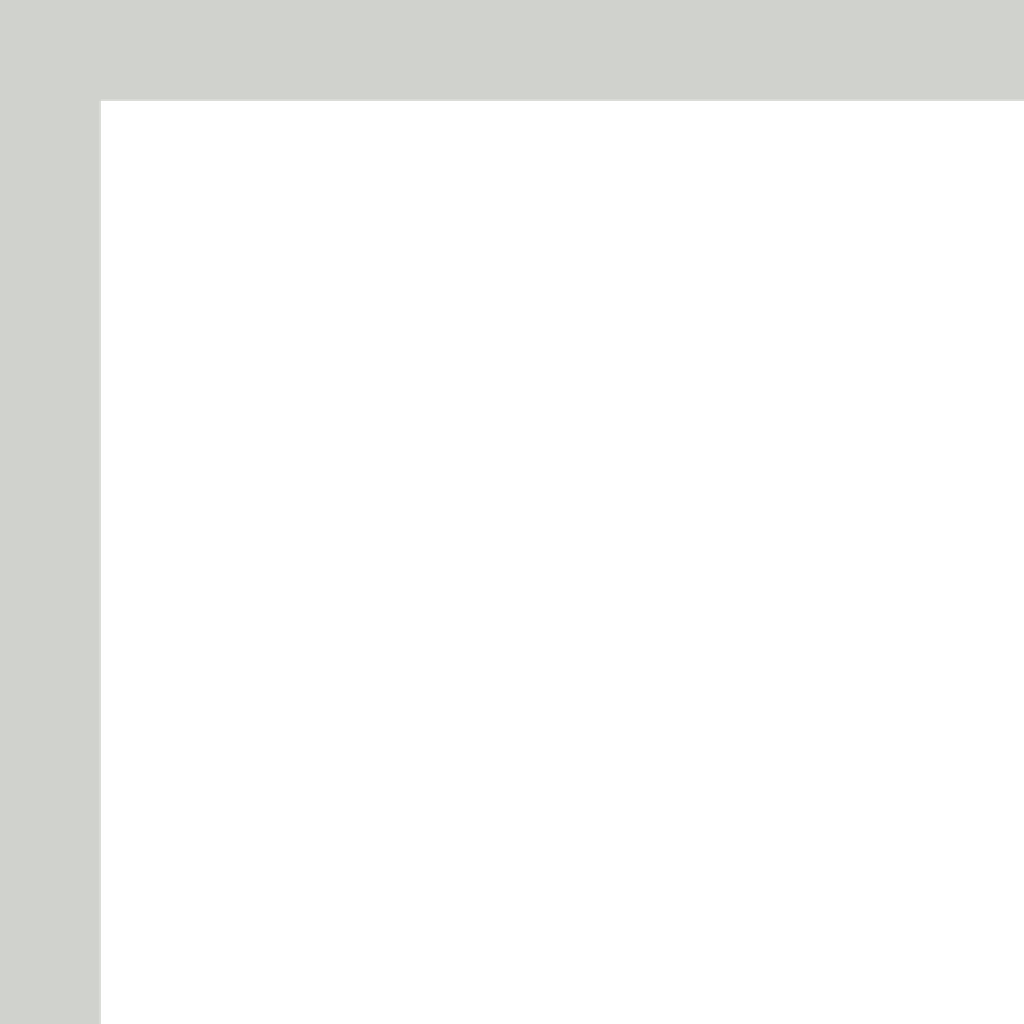
<source format=kicad_pcb>
(kicad_pcb (version 20171130) (host pcbnew 5.1.6+dfsg1-1)
  (layers (0 F.Cu signal hide) (31 B.Cu signal hide) (34 B.Paste user hide) (35 F.Paste user hide) (36 B.SilkS user hide) (37 F.SilkS user) (38 B.Mask user hide) (39 F.Mask user hide) (44 Edge.Cuts user hide))
  (net 0 "")
  (net 1 "Net-(AUX1-Pad4)")
  (net 2 "Net-(AUX1-Pad3)")
  (net 3 "Net-(AUX1-Pad2)")
  (net 4 "Net-(AUX1-Pad1)")
  (net 5 GND)
  (net 6 +5V)
  (net 7 +24V)
  (net 8 "Net-(D1-Pad2)")
  (net 9 "Net-(D1-Pad1)")
  (net 10 "Net-(D2-Pad2)")
  (net 11 "Net-(D2-Pad1)")
  (net 12 "Net-(D3-Pad2)")
  (net 13 "Net-(D3-Pad1)")
  (net 14 "Net-(D4-Pad2)")
  (net 15 "Net-(D4-Pad1)")
  (net 16 "Net-(D5-Pad2)")
  (net 17 "Net-(D5-Pad1)")
  (net 18 "Net-(D6-Pad2)")
  (net 19 "Net-(D6-Pad1)")
  (net 20 "Net-(D7-Pad2)")
  (net 21 "Net-(D7-Pad1)")
  (net 22 "Net-(D8-Pad2)")
  (net 23 "Net-(D8-Pad1)")
  (net 24 "Net-(Di1-Pad2)")
  (net 25 "Net-(Di1-Pad1)")
  (net 26 "Net-(Di2-Pad2)")
  (net 27 "Net-(Di2-Pad1)")
  (net 28 "Net-(Di3-Pad2)")
  (net 29 "Net-(Di3-Pad1)")
  (net 30 "Net-(Di4-Pad2)")
  (net 31 "Net-(Di4-Pad1)")
  (net 32 "Net-(Di5-Pad2)")
  (net 33 "Net-(Di5-Pad1)")
  (net 34 "Net-(Di6-Pad2)")
  (net 35 "Net-(Di6-Pad1)")
  (net 36 "Net-(Di7-Pad2)")
  (net 37 "Net-(Di7-Pad1)")
  (net 38 "Net-(Di8-Pad2)")
  (net 39 "Net-(Di8-Pad1)")
  (net 40 "Net-(IN1-Pad4)")
  (net 41 "Net-(IN1-Pad3)")
  (net 42 "Net-(IN1-Pad2)")
  (net 43 "Net-(IN1-Pad1)")
  (net 44 "Net-(IN2-Pad4)")
  (net 45 "Net-(IN2-Pad3)")
  (net 46 "Net-(IN2-Pad2)")
  (net 47 "Net-(IN2-Pad1)")
  (net 48 "Net-(Q1-Pad1)")
  (net 49 "Net-(Q2-Pad1)")
  (net 50 "Net-(Q3-Pad1)")
  (net 51 "Net-(Q4-Pad1)")
  (net 52 "Net-(Q5-Pad1)")
  (net 53 "Net-(Q6-Pad1)")
  (net 54 "Net-(Q7-Pad1)")
  (net 55 "Net-(Q8-Pad1)")
  (net 56 "Net-(RN1-Pad5)")
  (net 57 "Net-(RN1-Pad4)")
  (net 58 "Net-(RN1-Pad3)")
  (net 59 "Net-(RN1-Pad2)")
  (net 60 "Net-(RN2-Pad5)")
  (net 61 "Net-(RN2-Pad4)")
  (net 62 "Net-(RN2-Pad3)")
  (net 63 "Net-(RN2-Pad2)")
  (net 64 "Net-(RN4-Pad5)")
  (net 65 "Net-(RN4-Pad4)")
  (net 66 "Net-(RN4-Pad3)")
  (net 67 "Net-(RN4-Pad2)")
  (net 68 "Net-(RN6-Pad5)")
  (net 69 "Net-(RN6-Pad4)")
  (net 70 "Net-(RN6-Pad3)")
  (net 71 "Net-(RN6-Pad2)")
  (net 72 +3V3)
  (net 73 "Net-(RV1-Pad2)")
  (net 74 "Net-(RV2-Pad2)")
  (net 75 /P1)
  (net 76 /P4)
  (net 77 /P3)
  (net 78 /P2)
  (net 79 /P8)
  (net 80 /P7)
  (net 81 /P6)
  (net 82 /P5)
  (net 83 VCC)
  (module ESP32:ESP32-DOIT-DEVKIT (layer F.Cu) (at 43.815 16.51)
    (fp_text reference U2 (at 0 0) (layer F.SilkS))
    (fp_text value DOIT-ESP32-30PIN)
    (pad 1 thru_hole circle (at -12.7 6.35) (size 1.524 1.524) (drill 0.762) (layers *.Cu *.Mask))
    (pad 2 thru_hole circle (at -12.7 8.89) (size 1.524 1.524) (drill 0.762) (layers *.Cu *.Mask) (net 1 "Net-(AUX1-Pad4)"))
    (pad 3 thru_hole circle (at -12.7 11.43) (size 1.524 1.524) (drill 0.762) (layers *.Cu *.Mask) (net 2 "Net-(AUX1-Pad3)"))
    (pad 4 thru_hole circle (at -12.7 13.97) (size 1.524 1.524) (drill 0.762) (layers *.Cu *.Mask) (net 39 "Net-(Di8-Pad1)"))
    (pad 5 thru_hole circle (at -12.7 16.51) (size 1.524 1.524) (drill 0.762) (layers *.Cu *.Mask) (net 37 "Net-(Di7-Pad1)"))
    (pad 6 thru_hole circle (at -12.7 19.05) (size 1.524 1.524) (drill 0.762) (layers *.Cu *.Mask) (net 35 "Net-(Di6-Pad1)"))
    (pad 7 thru_hole circle (at -12.7 21.59) (size 1.524 1.524) (drill 0.762) (layers *.Cu *.Mask) (net 33 "Net-(Di5-Pad1)"))
    (pad 8 thru_hole circle (at -12.7 24.13) (size 1.524 1.524) (drill 0.762) (layers *.Cu *.Mask) (net 3 "Net-(AUX1-Pad2)"))
    (pad 9 thru_hole circle (at -12.7 26.67) (size 1.524 1.524) (drill 0.762) (layers *.Cu *.Mask) (net 4 "Net-(AUX1-Pad1)"))
    (pad 10 thru_hole circle (at -12.7 29.21) (size 1.524 1.524) (drill 0.762) (layers *.Cu *.Mask) (net 31 "Net-(Di4-Pad1)"))
    (pad 11 thru_hole circle (at -12.7 31.75) (size 1.524 1.524) (drill 0.762) (layers *.Cu *.Mask) (net 29 "Net-(Di3-Pad1)"))
    (pad 12 thru_hole circle (at -12.7 34.29) (size 1.524 1.524) (drill 0.762) (layers *.Cu *.Mask) (net 27 "Net-(Di2-Pad1)"))
    (pad 13 thru_hole circle (at -12.7 36.83) (size 1.524 1.524) (drill 0.762) (layers *.Cu *.Mask) (net 25 "Net-(Di1-Pad1)"))
    (pad 18 thru_hole circle (at 12.7 36.83) (size 1.524 1.524) (drill 0.762) (layers *.Cu *.Mask) (net 74 "Net-(RV2-Pad2)"))
    (pad 19 thru_hole circle (at 12.7 34.29) (size 1.524 1.524) (drill 0.762) (layers *.Cu *.Mask) (net 73 "Net-(RV1-Pad2)"))
    (pad 20 thru_hole circle (at 12.7 31.75) (size 1.524 1.524) (drill 0.762) (layers *.Cu *.Mask))
    (pad 21 thru_hole circle (at 12.7 29.21) (size 1.524 1.524) (drill 0.762) (layers *.Cu *.Mask) (net 22 "Net-(D8-Pad2)"))
    (pad 22 thru_hole circle (at 12.7 26.67) (size 1.524 1.524) (drill 0.762) (layers *.Cu *.Mask) (net 20 "Net-(D7-Pad2)"))
    (pad 23 thru_hole circle (at 12.7 24.13) (size 1.524 1.524) (drill 0.762) (layers *.Cu *.Mask) (net 18 "Net-(D6-Pad2)"))
    (pad 24 thru_hole circle (at 12.7 21.59) (size 1.524 1.524) (drill 0.762) (layers *.Cu *.Mask) (net 16 "Net-(D5-Pad2)"))
    (pad 25 thru_hole circle (at 12.7 19.05) (size 1.524 1.524) (drill 0.762) (layers *.Cu *.Mask) (net 14 "Net-(D4-Pad2)"))
    (pad 26 thru_hole circle (at 12.7 16.51) (size 1.524 1.524) (drill 0.762) (layers *.Cu *.Mask) (net 12 "Net-(D3-Pad2)"))
    (pad 27 thru_hole circle (at 12.7 13.97) (size 1.524 1.524) (drill 0.762) (layers *.Cu *.Mask) (net 10 "Net-(D2-Pad2)"))
    (pad 28 thru_hole circle (at 12.7 11.43) (size 1.524 1.524) (drill 0.762) (layers *.Cu *.Mask) (net 8 "Net-(D1-Pad2)"))
    (pad 29 thru_hole circle (at 12.7 8.89) (size 1.524 1.524) (drill 0.762) (layers *.Cu *.Mask))
    (pad 30 thru_hole circle (at 12.7 6.35) (size 1.524 1.524) (drill 0.762) (layers *.Cu *.Mask))
    (pad 14 thru_hole circle (at -12.7 39.37) (size 1.524 1.524) (drill 0.762) (layers *.Cu *.Mask) (net 5 GND))
    (pad 17 thru_hole circle (at 12.7 39.37) (size 1.524 1.524) (drill 0.762) (layers *.Cu *.Mask) (net 5 GND))
    (pad 16 thru_hole rect (at 12.7 41.91) (size 1.524 1.524) (drill 0.762) (layers *.Cu *.Mask) (net 72 +3V3))
    (pad 15 thru_hole rect (at -12.7 41.91) (size 1.524 1.524) (drill 0.762) (layers *.Cu *.Mask) (net 6 +5V))
  )
  (module Diode_THT:D_DO-35_SOD27_P7.62mm_Horizontal (layer F.Cu) (at 81.28 67.31 90)
    (fp_text reference DP1 (at 3.81 1.905 90) (layer F.SilkS))
    (fp_text value DIODE)
    (fp_text user K (at 0 -1.8 90) (layer F.SilkS))
    (pad 2 thru_hole oval (at 7.62 0 90) (size 1.6 1.6) (drill 0.8) (layers *.Cu *.Mask) (net 7 +24V))
    (pad 1 thru_hole rect (at 0 0 90) (size 1.6 1.6) (drill 0.8) (layers *.Cu *.Mask) (net 83 VCC))
  )
  (module Package_DIP:DIP-4_W7.62mm (layer F.Cu) (at 64.77 52.07)
    (fp_text reference Uo8 (at 3.81 1.27) (layer F.SilkS))
    (fp_text value PS2501)
    (pad 4 thru_hole oval (at 7.62 0) (size 1.6 1.6) (drill 0.8) (layers *.Cu *.Mask) (net 7 +24V))
    (pad 2 thru_hole oval (at 0 2.54) (size 1.6 1.6) (drill 0.8) (layers *.Cu *.Mask) (net 71 "Net-(RN6-Pad2)"))
    (pad 3 thru_hole oval (at 7.62 2.54) (size 1.6 1.6) (drill 0.8) (layers *.Cu *.Mask) (net 55 "Net-(Q8-Pad1)"))
    (pad 1 thru_hole rect (at 0 0) (size 1.6 1.6) (drill 0.8) (layers *.Cu *.Mask) (net 23 "Net-(D8-Pad1)"))
  )
  (module Package_DIP:DIP-4_W7.62mm (layer F.Cu) (at 64.77 45.72)
    (fp_text reference Uo7 (at 3.81 1.27) (layer F.SilkS))
    (fp_text value PS2501)
    (pad 4 thru_hole oval (at 7.62 0) (size 1.6 1.6) (drill 0.8) (layers *.Cu *.Mask) (net 7 +24V))
    (pad 2 thru_hole oval (at 0 2.54) (size 1.6 1.6) (drill 0.8) (layers *.Cu *.Mask) (net 70 "Net-(RN6-Pad3)"))
    (pad 3 thru_hole oval (at 7.62 2.54) (size 1.6 1.6) (drill 0.8) (layers *.Cu *.Mask) (net 54 "Net-(Q7-Pad1)"))
    (pad 1 thru_hole rect (at 0 0) (size 1.6 1.6) (drill 0.8) (layers *.Cu *.Mask) (net 21 "Net-(D7-Pad1)"))
  )
  (module Package_DIP:DIP-4_W7.62mm (layer F.Cu) (at 64.77 39.37)
    (fp_text reference Uo6 (at 3.81 1.27) (layer F.SilkS))
    (fp_text value PS2501)
    (pad 4 thru_hole oval (at 7.62 0) (size 1.6 1.6) (drill 0.8) (layers *.Cu *.Mask) (net 7 +24V))
    (pad 2 thru_hole oval (at 0 2.54) (size 1.6 1.6) (drill 0.8) (layers *.Cu *.Mask) (net 69 "Net-(RN6-Pad4)"))
    (pad 3 thru_hole oval (at 7.62 2.54) (size 1.6 1.6) (drill 0.8) (layers *.Cu *.Mask) (net 53 "Net-(Q6-Pad1)"))
    (pad 1 thru_hole rect (at 0 0) (size 1.6 1.6) (drill 0.8) (layers *.Cu *.Mask) (net 19 "Net-(D6-Pad1)"))
  )
  (module Package_DIP:DIP-4_W7.62mm (layer F.Cu) (at 64.77 33.02)
    (fp_text reference Uo5 (at 3.81 1.27) (layer F.SilkS))
    (fp_text value PS2501)
    (pad 4 thru_hole oval (at 7.62 0) (size 1.6 1.6) (drill 0.8) (layers *.Cu *.Mask) (net 7 +24V))
    (pad 2 thru_hole oval (at 0 2.54) (size 1.6 1.6) (drill 0.8) (layers *.Cu *.Mask) (net 68 "Net-(RN6-Pad5)"))
    (pad 3 thru_hole oval (at 7.62 2.54) (size 1.6 1.6) (drill 0.8) (layers *.Cu *.Mask) (net 52 "Net-(Q5-Pad1)"))
    (pad 1 thru_hole rect (at 0 0) (size 1.6 1.6) (drill 0.8) (layers *.Cu *.Mask) (net 17 "Net-(D5-Pad1)"))
  )
  (module Package_DIP:DIP-4_W7.62mm (layer F.Cu) (at 64.77 26.67)
    (fp_text reference Uo4 (at 3.81 1.27) (layer F.SilkS))
    (fp_text value PS2501)
    (pad 4 thru_hole oval (at 7.62 0) (size 1.6 1.6) (drill 0.8) (layers *.Cu *.Mask) (net 7 +24V))
    (pad 2 thru_hole oval (at 0 2.54) (size 1.6 1.6) (drill 0.8) (layers *.Cu *.Mask) (net 59 "Net-(RN1-Pad2)"))
    (pad 3 thru_hole oval (at 7.62 2.54) (size 1.6 1.6) (drill 0.8) (layers *.Cu *.Mask) (net 51 "Net-(Q4-Pad1)"))
    (pad 1 thru_hole rect (at 0 0) (size 1.6 1.6) (drill 0.8) (layers *.Cu *.Mask) (net 15 "Net-(D4-Pad1)"))
  )
  (module Package_DIP:DIP-4_W7.62mm (layer F.Cu) (at 64.77 20.32)
    (fp_text reference Uo3 (at 3.81 1.27) (layer F.SilkS))
    (fp_text value PS2501)
    (pad 4 thru_hole oval (at 7.62 0) (size 1.6 1.6) (drill 0.8) (layers *.Cu *.Mask) (net 7 +24V))
    (pad 2 thru_hole oval (at 0 2.54) (size 1.6 1.6) (drill 0.8) (layers *.Cu *.Mask) (net 58 "Net-(RN1-Pad3)"))
    (pad 3 thru_hole oval (at 7.62 2.54) (size 1.6 1.6) (drill 0.8) (layers *.Cu *.Mask) (net 50 "Net-(Q3-Pad1)"))
    (pad 1 thru_hole rect (at 0 0) (size 1.6 1.6) (drill 0.8) (layers *.Cu *.Mask) (net 13 "Net-(D3-Pad1)"))
  )
  (module Package_DIP:DIP-4_W7.62mm (layer F.Cu) (at 64.77 13.97)
    (fp_text reference Uo2 (at 3.81 1.27) (layer F.SilkS))
    (fp_text value PS2501)
    (pad 4 thru_hole oval (at 7.62 0) (size 1.6 1.6) (drill 0.8) (layers *.Cu *.Mask) (net 7 +24V))
    (pad 2 thru_hole oval (at 0 2.54) (size 1.6 1.6) (drill 0.8) (layers *.Cu *.Mask) (net 57 "Net-(RN1-Pad4)"))
    (pad 3 thru_hole oval (at 7.62 2.54) (size 1.6 1.6) (drill 0.8) (layers *.Cu *.Mask) (net 49 "Net-(Q2-Pad1)"))
    (pad 1 thru_hole rect (at 0 0) (size 1.6 1.6) (drill 0.8) (layers *.Cu *.Mask) (net 11 "Net-(D2-Pad1)"))
  )
  (module Package_DIP:DIP-4_W7.62mm (layer F.Cu) (at 64.77 7.62)
    (fp_text reference Uo1 (at 3.81 1.27) (layer F.SilkS))
    (fp_text value PS2501)
    (pad 4 thru_hole oval (at 7.62 0) (size 1.6 1.6) (drill 0.8) (layers *.Cu *.Mask) (net 7 +24V))
    (pad 2 thru_hole oval (at 0 2.54) (size 1.6 1.6) (drill 0.8) (layers *.Cu *.Mask) (net 56 "Net-(RN1-Pad5)"))
    (pad 3 thru_hole oval (at 7.62 2.54) (size 1.6 1.6) (drill 0.8) (layers *.Cu *.Mask) (net 48 "Net-(Q1-Pad1)"))
    (pad 1 thru_hole rect (at 0 0) (size 1.6 1.6) (drill 0.8) (layers *.Cu *.Mask) (net 9 "Net-(D1-Pad1)"))
  )
  (module Package_DIP:DIP-4_W7.62mm (layer F.Cu) (at 15.24 17.145)
    (fp_text reference Ui8 (at 3.81 1.27) (layer F.SilkS))
    (fp_text value PS2501)
    (pad 4 thru_hole oval (at 7.62 0) (size 1.6 1.6) (drill 0.8) (layers *.Cu *.Mask) (net 72 +3V3))
    (pad 2 thru_hole oval (at 0 2.54) (size 1.6 1.6) (drill 0.8) (layers *.Cu *.Mask) (net 60 "Net-(RN2-Pad5)"))
    (pad 3 thru_hole oval (at 7.62 2.54) (size 1.6 1.6) (drill 0.8) (layers *.Cu *.Mask) (net 38 "Net-(Di8-Pad2)"))
    (pad 1 thru_hole rect (at 0 0) (size 1.6 1.6) (drill 0.8) (layers *.Cu *.Mask) (net 44 "Net-(IN2-Pad4)"))
  )
  (module Package_DIP:DIP-4_W7.62mm (layer F.Cu) (at 15.24 23.495)
    (fp_text reference Ui7 (at 3.81 1.27) (layer F.SilkS))
    (fp_text value PS2501)
    (pad 4 thru_hole oval (at 7.62 0) (size 1.6 1.6) (drill 0.8) (layers *.Cu *.Mask) (net 72 +3V3))
    (pad 2 thru_hole oval (at 0 2.54) (size 1.6 1.6) (drill 0.8) (layers *.Cu *.Mask) (net 61 "Net-(RN2-Pad4)"))
    (pad 3 thru_hole oval (at 7.62 2.54) (size 1.6 1.6) (drill 0.8) (layers *.Cu *.Mask) (net 36 "Net-(Di7-Pad2)"))
    (pad 1 thru_hole rect (at 0 0) (size 1.6 1.6) (drill 0.8) (layers *.Cu *.Mask) (net 45 "Net-(IN2-Pad3)"))
  )
  (module Package_DIP:DIP-4_W7.62mm (layer F.Cu) (at 15.24 29.845)
    (fp_text reference Ui6 (at 3.81 1.27) (layer F.SilkS))
    (fp_text value PS2501)
    (pad 4 thru_hole oval (at 7.62 0) (size 1.6 1.6) (drill 0.8) (layers *.Cu *.Mask) (net 72 +3V3))
    (pad 2 thru_hole oval (at 0 2.54) (size 1.6 1.6) (drill 0.8) (layers *.Cu *.Mask) (net 62 "Net-(RN2-Pad3)"))
    (pad 3 thru_hole oval (at 7.62 2.54) (size 1.6 1.6) (drill 0.8) (layers *.Cu *.Mask) (net 34 "Net-(Di6-Pad2)"))
    (pad 1 thru_hole rect (at 0 0) (size 1.6 1.6) (drill 0.8) (layers *.Cu *.Mask) (net 46 "Net-(IN2-Pad2)"))
  )
  (module Package_DIP:DIP-4_W7.62mm (layer F.Cu) (at 15.24 36.195)
    (fp_text reference Ui5 (at 3.81 1.27) (layer F.SilkS))
    (fp_text value PS2501)
    (pad 4 thru_hole oval (at 7.62 0) (size 1.6 1.6) (drill 0.8) (layers *.Cu *.Mask) (net 72 +3V3))
    (pad 2 thru_hole oval (at 0 2.54) (size 1.6 1.6) (drill 0.8) (layers *.Cu *.Mask) (net 63 "Net-(RN2-Pad2)"))
    (pad 3 thru_hole oval (at 7.62 2.54) (size 1.6 1.6) (drill 0.8) (layers *.Cu *.Mask) (net 32 "Net-(Di5-Pad2)"))
    (pad 1 thru_hole rect (at 0 0) (size 1.6 1.6) (drill 0.8) (layers *.Cu *.Mask) (net 47 "Net-(IN2-Pad1)"))
  )
  (module Package_DIP:DIP-4_W7.62mm (layer F.Cu) (at 15.24 42.545)
    (fp_text reference Ui4 (at 3.81 1.27) (layer F.SilkS))
    (fp_text value PS2501)
    (pad 4 thru_hole oval (at 7.62 0) (size 1.6 1.6) (drill 0.8) (layers *.Cu *.Mask) (net 72 +3V3))
    (pad 2 thru_hole oval (at 0 2.54) (size 1.6 1.6) (drill 0.8) (layers *.Cu *.Mask) (net 64 "Net-(RN4-Pad5)"))
    (pad 3 thru_hole oval (at 7.62 2.54) (size 1.6 1.6) (drill 0.8) (layers *.Cu *.Mask) (net 30 "Net-(Di4-Pad2)"))
    (pad 1 thru_hole rect (at 0 0) (size 1.6 1.6) (drill 0.8) (layers *.Cu *.Mask) (net 40 "Net-(IN1-Pad4)"))
  )
  (module Package_DIP:DIP-4_W7.62mm (layer F.Cu) (at 15.24 48.895)
    (fp_text reference Ui3 (at 3.81 1.27) (layer F.SilkS))
    (fp_text value PS2501)
    (pad 4 thru_hole oval (at 7.62 0) (size 1.6 1.6) (drill 0.8) (layers *.Cu *.Mask) (net 72 +3V3))
    (pad 2 thru_hole oval (at 0 2.54) (size 1.6 1.6) (drill 0.8) (layers *.Cu *.Mask) (net 65 "Net-(RN4-Pad4)"))
    (pad 3 thru_hole oval (at 7.62 2.54) (size 1.6 1.6) (drill 0.8) (layers *.Cu *.Mask) (net 28 "Net-(Di3-Pad2)"))
    (pad 1 thru_hole rect (at 0 0) (size 1.6 1.6) (drill 0.8) (layers *.Cu *.Mask) (net 41 "Net-(IN1-Pad3)"))
  )
  (module Package_DIP:DIP-4_W7.62mm (layer F.Cu) (at 15.24 55.245)
    (fp_text reference Ui2 (at 3.81 1.27) (layer F.SilkS))
    (fp_text value PS2501)
    (pad 4 thru_hole oval (at 7.62 0) (size 1.6 1.6) (drill 0.8) (layers *.Cu *.Mask) (net 72 +3V3))
    (pad 2 thru_hole oval (at 0 2.54) (size 1.6 1.6) (drill 0.8) (layers *.Cu *.Mask) (net 66 "Net-(RN4-Pad3)"))
    (pad 3 thru_hole oval (at 7.62 2.54) (size 1.6 1.6) (drill 0.8) (layers *.Cu *.Mask) (net 26 "Net-(Di2-Pad2)"))
    (pad 1 thru_hole rect (at 0 0) (size 1.6 1.6) (drill 0.8) (layers *.Cu *.Mask) (net 42 "Net-(IN1-Pad2)"))
  )
  (module Package_DIP:DIP-4_W7.62mm (layer F.Cu) (at 15.24 61.595)
    (fp_text reference Ui1 (at 3.81 1.27) (layer F.SilkS))
    (fp_text value PS2501)
    (pad 4 thru_hole oval (at 7.62 0) (size 1.6 1.6) (drill 0.8) (layers *.Cu *.Mask) (net 72 +3V3))
    (pad 2 thru_hole oval (at 0 2.54) (size 1.6 1.6) (drill 0.8) (layers *.Cu *.Mask) (net 67 "Net-(RN4-Pad2)"))
    (pad 3 thru_hole oval (at 7.62 2.54) (size 1.6 1.6) (drill 0.8) (layers *.Cu *.Mask) (net 24 "Net-(Di1-Pad2)"))
    (pad 1 thru_hole rect (at 0 0) (size 1.6 1.6) (drill 0.8) (layers *.Cu *.Mask) (net 43 "Net-(IN1-Pad1)"))
  )
  (module Package_TO_SOT_THT:TO-220-3_Vertical (layer F.Cu) (at 75.565 60.96 270)
    (fp_text reference U1 (at 2.54 -0.635 90) (layer F.SilkS))
    (fp_text value L7805)
    (pad 3 thru_hole oval (at 5.08 0 270) (size 1.905 2) (drill 1.1) (layers *.Cu *.Mask) (net 6 +5V))
    (pad 2 thru_hole oval (at 2.54 0 270) (size 1.905 2) (drill 1.1) (layers *.Cu *.Mask) (net 5 GND))
    (pad 1 thru_hole rect (at 0 0 270) (size 1.905 2) (drill 1.1) (layers *.Cu *.Mask) (net 7 +24V))
  )
  (module Potentiometer_THT:Potentiometer_Vishay_T73YP_Vertical (layer F.Cu) (at 71.755 65.405 90)
    (fp_text reference RV2 (at -0.06 -7.09 90) (layer F.SilkS))
    (fp_text value R_POT_10k)
    (pad 1 thru_hole circle (at 0 0 90) (size 1.44 1.44) (drill 0.8) (layers *.Cu *.Mask) (net 72 +3V3))
    (pad 2 thru_hole circle (at 2.54 -2.54 90) (size 1.44 1.44) (drill 0.8) (layers *.Cu *.Mask) (net 74 "Net-(RV2-Pad2)"))
    (pad 3 thru_hole circle (at 0 -5.08 90) (size 1.44 1.44) (drill 0.8) (layers *.Cu *.Mask) (net 5 GND))
  )
  (module Potentiometer_THT:Potentiometer_Vishay_T73YP_Vertical (layer F.Cu) (at 64.135 65.405 90)
    (fp_text reference RV1 (at -0.06 -7.09 90) (layer F.SilkS))
    (fp_text value R_POT_10k)
    (pad 1 thru_hole circle (at 0 0 90) (size 1.44 1.44) (drill 0.8) (layers *.Cu *.Mask) (net 72 +3V3))
    (pad 2 thru_hole circle (at 2.54 -2.54 90) (size 1.44 1.44) (drill 0.8) (layers *.Cu *.Mask) (net 73 "Net-(RV1-Pad2)"))
    (pad 3 thru_hole circle (at 0 -5.08 90) (size 1.44 1.44) (drill 0.8) (layers *.Cu *.Mask) (net 5 GND))
  )
  (module Resistor_THT:R_Array_SIP5 (layer F.Cu) (at 60.325 59.055)
    (fp_text reference RN6 (at 3.175 -2.54) (layer F.SilkS))
    (fp_text value R_220)
    (pad 5 thru_hole oval (at 10.16 0) (size 1.6 1.6) (drill 0.8) (layers *.Cu *.Mask) (net 68 "Net-(RN6-Pad5)"))
    (pad 4 thru_hole oval (at 7.62 0) (size 1.6 1.6) (drill 0.8) (layers *.Cu *.Mask) (net 69 "Net-(RN6-Pad4)"))
    (pad 3 thru_hole oval (at 5.08 0) (size 1.6 1.6) (drill 0.8) (layers *.Cu *.Mask) (net 70 "Net-(RN6-Pad3)"))
    (pad 2 thru_hole oval (at 2.54 0) (size 1.6 1.6) (drill 0.8) (layers *.Cu *.Mask) (net 71 "Net-(RN6-Pad2)"))
    (pad 1 thru_hole rect (at 0 0) (size 1.6 1.6) (drill 0.8) (layers *.Cu *.Mask) (net 5 GND))
  )
  (module Resistor_THT:R_Array_SIP5 (layer F.Cu) (at 33.02 4.445)
    (fp_text reference RN5 (at -0.635 6.985) (layer F.SilkS))
    (fp_text value R_1k)
    (pad 5 thru_hole oval (at 10.16 0) (size 1.6 1.6) (drill 0.8) (layers *.Cu *.Mask) (net 33 "Net-(Di5-Pad1)"))
    (pad 4 thru_hole oval (at 7.62 0) (size 1.6 1.6) (drill 0.8) (layers *.Cu *.Mask) (net 35 "Net-(Di6-Pad1)"))
    (pad 3 thru_hole oval (at 5.08 0) (size 1.6 1.6) (drill 0.8) (layers *.Cu *.Mask) (net 37 "Net-(Di7-Pad1)"))
    (pad 2 thru_hole oval (at 2.54 0) (size 1.6 1.6) (drill 0.8) (layers *.Cu *.Mask) (net 39 "Net-(Di8-Pad1)"))
    (pad 1 thru_hole rect (at 0 0) (size 1.6 1.6) (drill 0.8) (layers *.Cu *.Mask) (net 5 GND))
  )
  (module Resistor_THT:R_Array_SIP5 (layer F.Cu) (at 15.875 67.945)
    (fp_text reference RN4 (at 13.335 0) (layer F.SilkS))
    (fp_text value R_2k)
    (pad 5 thru_hole oval (at 10.16 0) (size 1.6 1.6) (drill 0.8) (layers *.Cu *.Mask) (net 64 "Net-(RN4-Pad5)"))
    (pad 4 thru_hole oval (at 7.62 0) (size 1.6 1.6) (drill 0.8) (layers *.Cu *.Mask) (net 65 "Net-(RN4-Pad4)"))
    (pad 3 thru_hole oval (at 5.08 0) (size 1.6 1.6) (drill 0.8) (layers *.Cu *.Mask) (net 66 "Net-(RN4-Pad3)"))
    (pad 2 thru_hole oval (at 2.54 0) (size 1.6 1.6) (drill 0.8) (layers *.Cu *.Mask) (net 67 "Net-(RN4-Pad2)"))
    (pad 1 thru_hole rect (at 0 0) (size 1.6 1.6) (drill 0.8) (layers *.Cu *.Mask) (net 5 GND))
  )
  (module Resistor_THT:R_Array_SIP5 (layer F.Cu) (at 43.18 8.89)
    (fp_text reference RN3 (at 5.08 2.54) (layer F.SilkS))
    (fp_text value R_1k)
    (pad 5 thru_hole oval (at 10.16 0) (size 1.6 1.6) (drill 0.8) (layers *.Cu *.Mask) (net 25 "Net-(Di1-Pad1)"))
    (pad 4 thru_hole oval (at 7.62 0) (size 1.6 1.6) (drill 0.8) (layers *.Cu *.Mask) (net 27 "Net-(Di2-Pad1)"))
    (pad 3 thru_hole oval (at 5.08 0) (size 1.6 1.6) (drill 0.8) (layers *.Cu *.Mask) (net 29 "Net-(Di3-Pad1)"))
    (pad 2 thru_hole oval (at 2.54 0) (size 1.6 1.6) (drill 0.8) (layers *.Cu *.Mask) (net 31 "Net-(Di4-Pad1)"))
    (pad 1 thru_hole rect (at 0 0) (size 1.6 1.6) (drill 0.8) (layers *.Cu *.Mask) (net 5 GND))
  )
  (module Resistor_THT:R_Array_SIP5 (layer F.Cu) (at 38.1 8.89 180)
    (fp_text reference RN2 (at 8.255 4.445) (layer F.SilkS))
    (fp_text value R_2k)
    (pad 5 thru_hole oval (at 10.16 0 180) (size 1.6 1.6) (drill 0.8) (layers *.Cu *.Mask) (net 60 "Net-(RN2-Pad5)"))
    (pad 4 thru_hole oval (at 7.62 0 180) (size 1.6 1.6) (drill 0.8) (layers *.Cu *.Mask) (net 61 "Net-(RN2-Pad4)"))
    (pad 3 thru_hole oval (at 5.08 0 180) (size 1.6 1.6) (drill 0.8) (layers *.Cu *.Mask) (net 62 "Net-(RN2-Pad3)"))
    (pad 2 thru_hole oval (at 2.54 0 180) (size 1.6 1.6) (drill 0.8) (layers *.Cu *.Mask) (net 63 "Net-(RN2-Pad2)"))
    (pad 1 thru_hole rect (at 0 0 180) (size 1.6 1.6) (drill 0.8) (layers *.Cu *.Mask) (net 5 GND))
  )
  (module Resistor_THT:R_Array_SIP5 (layer F.Cu) (at 48.26 4.445)
    (fp_text reference RN1 (at 13.335 0) (layer F.SilkS))
    (fp_text value R_220)
    (pad 5 thru_hole oval (at 10.16 0) (size 1.6 1.6) (drill 0.8) (layers *.Cu *.Mask) (net 56 "Net-(RN1-Pad5)"))
    (pad 4 thru_hole oval (at 7.62 0) (size 1.6 1.6) (drill 0.8) (layers *.Cu *.Mask) (net 57 "Net-(RN1-Pad4)"))
    (pad 3 thru_hole oval (at 5.08 0) (size 1.6 1.6) (drill 0.8) (layers *.Cu *.Mask) (net 58 "Net-(RN1-Pad3)"))
    (pad 2 thru_hole oval (at 2.54 0) (size 1.6 1.6) (drill 0.8) (layers *.Cu *.Mask) (net 59 "Net-(RN1-Pad2)"))
    (pad 1 thru_hole rect (at 0 0) (size 1.6 1.6) (drill 0.8) (layers *.Cu *.Mask) (net 5 GND))
  )
  (module Package_TO_SOT_THT:TO-220-3_Vertical (layer F.Cu) (at 77.47 44.45 90)
    (fp_text reference Q8 (at 2.54 -0.635 90) (layer F.SilkS))
    (fp_text value IRF540N)
    (pad 3 thru_hole oval (at 5.08 0 90) (size 1.905 2) (drill 1.1) (layers *.Cu *.Mask) (net 5 GND))
    (pad 2 thru_hole oval (at 2.54 0 90) (size 1.905 2) (drill 1.1) (layers *.Cu *.Mask) (net 79 /P8))
    (pad 1 thru_hole rect (at 0 0 90) (size 1.905 2) (drill 1.1) (layers *.Cu *.Mask) (net 55 "Net-(Q8-Pad1)"))
  )
  (module Package_TO_SOT_THT:TO-220-3_Vertical (layer F.Cu) (at 82.55 44.45 90)
    (fp_text reference Q7 (at 2.54 -0.635 90) (layer F.SilkS))
    (fp_text value IRF540N)
    (pad 3 thru_hole oval (at 5.08 0 90) (size 1.905 2) (drill 1.1) (layers *.Cu *.Mask) (net 5 GND))
    (pad 2 thru_hole oval (at 2.54 0 90) (size 1.905 2) (drill 1.1) (layers *.Cu *.Mask) (net 80 /P7))
    (pad 1 thru_hole rect (at 0 0 90) (size 1.905 2) (drill 1.1) (layers *.Cu *.Mask) (net 54 "Net-(Q7-Pad1)"))
  )
  (module Package_TO_SOT_THT:TO-220-3_Vertical (layer F.Cu) (at 77.47 33.02 90)
    (fp_text reference Q6 (at 2.54 -0.635 90) (layer F.SilkS))
    (fp_text value IRF540N)
    (pad 3 thru_hole oval (at 5.08 0 90) (size 1.905 2) (drill 1.1) (layers *.Cu *.Mask) (net 5 GND))
    (pad 2 thru_hole oval (at 2.54 0 90) (size 1.905 2) (drill 1.1) (layers *.Cu *.Mask) (net 81 /P6))
    (pad 1 thru_hole rect (at 0 0 90) (size 1.905 2) (drill 1.1) (layers *.Cu *.Mask) (net 53 "Net-(Q6-Pad1)"))
  )
  (module Package_TO_SOT_THT:TO-220-3_Vertical (layer F.Cu) (at 82.55 33.02 90)
    (fp_text reference Q5 (at 2.54 -0.635 90) (layer F.SilkS))
    (fp_text value IRF540N)
    (pad 3 thru_hole oval (at 5.08 0 90) (size 1.905 2) (drill 1.1) (layers *.Cu *.Mask) (net 5 GND))
    (pad 2 thru_hole oval (at 2.54 0 90) (size 1.905 2) (drill 1.1) (layers *.Cu *.Mask) (net 82 /P5))
    (pad 1 thru_hole rect (at 0 0 90) (size 1.905 2) (drill 1.1) (layers *.Cu *.Mask) (net 52 "Net-(Q5-Pad1)"))
  )
  (module Package_TO_SOT_THT:TO-220-3_Vertical (layer F.Cu) (at 77.47 21.59 90)
    (fp_text reference Q4 (at 2.54 -0.635 90) (layer F.SilkS))
    (fp_text value IRF540N)
    (pad 3 thru_hole oval (at 5.08 0 90) (size 1.905 2) (drill 1.1) (layers *.Cu *.Mask) (net 5 GND))
    (pad 2 thru_hole oval (at 2.54 0 90) (size 1.905 2) (drill 1.1) (layers *.Cu *.Mask) (net 76 /P4))
    (pad 1 thru_hole rect (at 0 0 90) (size 1.905 2) (drill 1.1) (layers *.Cu *.Mask) (net 51 "Net-(Q4-Pad1)"))
  )
  (module Package_TO_SOT_THT:TO-220-3_Vertical (layer F.Cu) (at 82.55 21.59 90)
    (fp_text reference Q3 (at 2.54 -0.635 90) (layer F.SilkS))
    (fp_text value IRF540N)
    (pad 3 thru_hole oval (at 5.08 0 90) (size 1.905 2) (drill 1.1) (layers *.Cu *.Mask) (net 5 GND))
    (pad 2 thru_hole oval (at 2.54 0 90) (size 1.905 2) (drill 1.1) (layers *.Cu *.Mask) (net 77 /P3))
    (pad 1 thru_hole rect (at 0 0 90) (size 1.905 2) (drill 1.1) (layers *.Cu *.Mask) (net 50 "Net-(Q3-Pad1)"))
  )
  (module Package_TO_SOT_THT:TO-220-3_Vertical (layer F.Cu) (at 77.47 10.795 90)
    (fp_text reference Q2 (at 2.54 -0.635 90) (layer F.SilkS))
    (fp_text value IRF540N)
    (pad 3 thru_hole oval (at 5.08 0 90) (size 1.905 2) (drill 1.1) (layers *.Cu *.Mask) (net 5 GND))
    (pad 2 thru_hole oval (at 2.54 0 90) (size 1.905 2) (drill 1.1) (layers *.Cu *.Mask) (net 78 /P2))
    (pad 1 thru_hole rect (at 0 0 90) (size 1.905 2) (drill 1.1) (layers *.Cu *.Mask) (net 49 "Net-(Q2-Pad1)"))
  )
  (module Package_TO_SOT_THT:TO-220-3_Vertical (layer F.Cu) (at 82.55 10.795 90)
    (fp_text reference Q1 (at 2.54 -0.635 90) (layer F.SilkS))
    (fp_text value IRF540N)
    (pad 3 thru_hole oval (at 5.08 0 90) (size 1.905 2) (drill 1.1) (layers *.Cu *.Mask) (net 5 GND))
    (pad 2 thru_hole oval (at 2.54 0 90) (size 1.905 2) (drill 1.1) (layers *.Cu *.Mask) (net 75 /P1))
    (pad 1 thru_hole rect (at 0 0 90) (size 1.905 2) (drill 1.1) (layers *.Cu *.Mask) (net 48 "Net-(Q1-Pad1)"))
  )
  (module TerminalBlock_Phoenix:TerminalBlock_Phoenix_MKDS-1,5-4-5.08_1x04_P5.08mm_Horizontal (layer F.Cu) (at 90.17 6.35 270)
    (fp_text reference OUT1 (at 7.62 -6.26 90) (layer F.SilkS))
    (fp_text value Screw_Terminal_01x04)
    (pad 4 thru_hole circle (at 15.24 0 270) (size 2.6 2.6) (drill 1.3) (layers *.Cu *.Mask) (net 76 /P4))
    (pad 3 thru_hole circle (at 10.16 0 270) (size 2.6 2.6) (drill 1.3) (layers *.Cu *.Mask) (net 77 /P3))
    (pad 2 thru_hole circle (at 5.08 0 270) (size 2.6 2.6) (drill 1.3) (layers *.Cu *.Mask) (net 78 /P2))
    (pad 1 thru_hole rect (at 0 0 270) (size 2.6 2.6) (drill 1.3) (layers *.Cu *.Mask) (net 75 /P1))
  )
  (module TerminalBlock_Phoenix:TerminalBlock_Phoenix_MKDS-1,5-4-5.08_1x04_P5.08mm_Horizontal (layer F.Cu) (at 90.17 27.94 270)
    (fp_text reference OUT2 (at 7.62 -6.26 90) (layer F.SilkS))
    (fp_text value Screw_Terminal_01x04)
    (pad 4 thru_hole circle (at 15.24 0 270) (size 2.6 2.6) (drill 1.3) (layers *.Cu *.Mask) (net 79 /P8))
    (pad 3 thru_hole circle (at 10.16 0 270) (size 2.6 2.6) (drill 1.3) (layers *.Cu *.Mask) (net 80 /P7))
    (pad 2 thru_hole circle (at 5.08 0 270) (size 2.6 2.6) (drill 1.3) (layers *.Cu *.Mask) (net 81 /P6))
    (pad 1 thru_hole rect (at 0 0 270) (size 2.6 2.6) (drill 1.3) (layers *.Cu *.Mask) (net 82 /P5))
  )
  (module TerminalBlock_Phoenix:TerminalBlock_Phoenix_MKDS-1,5-4-5.08_1x04_P5.08mm_Horizontal (layer F.Cu) (at 8.255 33.655 90)
    (fp_text reference IN2 (at 7.62 -6.26 90) (layer F.SilkS))
    (fp_text value Screw_Terminal_01x04)
    (pad 4 thru_hole circle (at 15.24 0 90) (size 2.6 2.6) (drill 1.3) (layers *.Cu *.Mask) (net 44 "Net-(IN2-Pad4)"))
    (pad 3 thru_hole circle (at 10.16 0 90) (size 2.6 2.6) (drill 1.3) (layers *.Cu *.Mask) (net 45 "Net-(IN2-Pad3)"))
    (pad 2 thru_hole circle (at 5.08 0 90) (size 2.6 2.6) (drill 1.3) (layers *.Cu *.Mask) (net 46 "Net-(IN2-Pad2)"))
    (pad 1 thru_hole rect (at 0 0 90) (size 2.6 2.6) (drill 1.3) (layers *.Cu *.Mask) (net 47 "Net-(IN2-Pad1)"))
  )
  (module TerminalBlock_Phoenix:TerminalBlock_Phoenix_MKDS-1,5-4-5.08_1x04_P5.08mm_Horizontal (layer F.Cu) (at 8.255 55.245 90)
    (fp_text reference IN1 (at 7.62 -6.26 90) (layer F.SilkS))
    (fp_text value Screw_Terminal_01x04)
    (pad 4 thru_hole circle (at 15.24 0 90) (size 2.6 2.6) (drill 1.3) (layers *.Cu *.Mask) (net 40 "Net-(IN1-Pad4)"))
    (pad 3 thru_hole circle (at 10.16 0 90) (size 2.6 2.6) (drill 1.3) (layers *.Cu *.Mask) (net 41 "Net-(IN1-Pad3)"))
    (pad 2 thru_hole circle (at 5.08 0 90) (size 2.6 2.6) (drill 1.3) (layers *.Cu *.Mask) (net 42 "Net-(IN1-Pad2)"))
    (pad 1 thru_hole rect (at 0 0 90) (size 2.6 2.6) (drill 1.3) (layers *.Cu *.Mask) (net 43 "Net-(IN1-Pad1)"))
  )
  (module TerminalBlock_Phoenix:TerminalBlock_Phoenix_MKDS-1,5-2-5.08_1x02_P5.08mm_Horizontal (layer F.Cu) (at 8.255 66.675 90)
    (fp_text reference 24-GND (at 2.54 -6.26 90) (layer F.SilkS))
    (fp_text value Screw_Terminal_01x02)
    (pad 2 thru_hole circle (at 5.08 0 90) (size 2.6 2.6) (drill 1.3) (layers *.Cu *.Mask) (net 5 GND))
    (pad 1 thru_hole rect (at 0 0 90) (size 2.6 2.6) (drill 1.3) (layers *.Cu *.Mask) (net 83 VCC))
  )
  (module TerminalBlock_Phoenix:TerminalBlock_Phoenix_MKDS-1,5-2-5.08_1x02_P5.08mm_Horizontal (layer F.Cu) (at 90.17 60.96 270)
    (fp_text reference 24-GND (at 2.54 -6.26 90) (layer F.SilkS))
    (fp_text value Screw_Terminal_01x02)
    (pad 2 thru_hole circle (at 5.08 0 270) (size 2.6 2.6) (drill 1.3) (layers *.Cu *.Mask) (net 5 GND))
    (pad 1 thru_hole rect (at 0 0 270) (size 2.6 2.6) (drill 1.3) (layers *.Cu *.Mask) (net 83 VCC))
  )
  (module LED_THT:LED_D3.0mm (layer F.Cu) (at 26.67 17.145 270)
    (fp_text reference Di8 (at -1.27 0 180) (layer F.SilkS))
    (fp_text value LED)
    (pad 2 thru_hole circle (at 2.54 0 270) (size 1.8 1.8) (drill 0.9) (layers *.Cu *.Mask) (net 38 "Net-(Di8-Pad2)"))
    (pad 1 thru_hole rect (at 0 0 270) (size 1.8 1.8) (drill 0.9) (layers *.Cu *.Mask) (net 39 "Net-(Di8-Pad1)"))
  )
  (module LED_THT:LED_D3.0mm (layer F.Cu) (at 26.67 23.495 270)
    (fp_text reference Di7 (at -1.27 0 180) (layer F.SilkS))
    (fp_text value LED)
    (pad 2 thru_hole circle (at 2.54 0 270) (size 1.8 1.8) (drill 0.9) (layers *.Cu *.Mask) (net 36 "Net-(Di7-Pad2)"))
    (pad 1 thru_hole rect (at 0 0 270) (size 1.8 1.8) (drill 0.9) (layers *.Cu *.Mask) (net 37 "Net-(Di7-Pad1)"))
  )
  (module LED_THT:LED_D3.0mm (layer F.Cu) (at 26.67 29.845 270)
    (fp_text reference Di6 (at -1.27 0 180) (layer F.SilkS))
    (fp_text value LED)
    (pad 2 thru_hole circle (at 2.54 0 270) (size 1.8 1.8) (drill 0.9) (layers *.Cu *.Mask) (net 34 "Net-(Di6-Pad2)"))
    (pad 1 thru_hole rect (at 0 0 270) (size 1.8 1.8) (drill 0.9) (layers *.Cu *.Mask) (net 35 "Net-(Di6-Pad1)"))
  )
  (module LED_THT:LED_D3.0mm (layer F.Cu) (at 26.67 36.195 270)
    (fp_text reference Di5 (at -1.27 0 180) (layer F.SilkS))
    (fp_text value LED)
    (pad 2 thru_hole circle (at 2.54 0 270) (size 1.8 1.8) (drill 0.9) (layers *.Cu *.Mask) (net 32 "Net-(Di5-Pad2)"))
    (pad 1 thru_hole rect (at 0 0 270) (size 1.8 1.8) (drill 0.9) (layers *.Cu *.Mask) (net 33 "Net-(Di5-Pad1)"))
  )
  (module LED_THT:LED_D3.0mm (layer F.Cu) (at 26.67 42.545 270)
    (fp_text reference Di4 (at -1.27 0 180) (layer F.SilkS))
    (fp_text value LED)
    (pad 2 thru_hole circle (at 2.54 0 270) (size 1.8 1.8) (drill 0.9) (layers *.Cu *.Mask) (net 30 "Net-(Di4-Pad2)"))
    (pad 1 thru_hole rect (at 0 0 270) (size 1.8 1.8) (drill 0.9) (layers *.Cu *.Mask) (net 31 "Net-(Di4-Pad1)"))
  )
  (module LED_THT:LED_D3.0mm (layer F.Cu) (at 26.67 48.895 270)
    (fp_text reference Di3 (at -1.27 0 180) (layer F.SilkS))
    (fp_text value LED)
    (pad 2 thru_hole circle (at 2.54 0 270) (size 1.8 1.8) (drill 0.9) (layers *.Cu *.Mask) (net 28 "Net-(Di3-Pad2)"))
    (pad 1 thru_hole rect (at 0 0 270) (size 1.8 1.8) (drill 0.9) (layers *.Cu *.Mask) (net 29 "Net-(Di3-Pad1)"))
  )
  (module LED_THT:LED_D3.0mm (layer F.Cu) (at 26.67 55.245 270)
    (fp_text reference Di2 (at -1.27 0 180) (layer F.SilkS))
    (fp_text value LED)
    (pad 2 thru_hole circle (at 2.54 0 270) (size 1.8 1.8) (drill 0.9) (layers *.Cu *.Mask) (net 26 "Net-(Di2-Pad2)"))
    (pad 1 thru_hole rect (at 0 0 270) (size 1.8 1.8) (drill 0.9) (layers *.Cu *.Mask) (net 27 "Net-(Di2-Pad1)"))
  )
  (module LED_THT:LED_D3.0mm (layer F.Cu) (at 26.67 61.595 270)
    (fp_text reference Di1 (at -1.27 0 180) (layer F.SilkS))
    (fp_text value LED)
    (pad 2 thru_hole circle (at 2.54 0 270) (size 1.8 1.8) (drill 0.9) (layers *.Cu *.Mask) (net 24 "Net-(Di1-Pad2)"))
    (pad 1 thru_hole rect (at 0 0 270) (size 1.8 1.8) (drill 0.9) (layers *.Cu *.Mask) (net 25 "Net-(Di1-Pad1)"))
  )
  (module LED_THT:LED_D3.0mm (layer F.Cu) (at 60.96 52.07 270)
    (fp_text reference D8 (at -1.27 0 180) (layer F.SilkS))
    (fp_text value LED)
    (pad 2 thru_hole circle (at 2.54 0 270) (size 1.8 1.8) (drill 0.9) (layers *.Cu *.Mask) (net 22 "Net-(D8-Pad2)"))
    (pad 1 thru_hole rect (at 0 0 270) (size 1.8 1.8) (drill 0.9) (layers *.Cu *.Mask) (net 23 "Net-(D8-Pad1)"))
  )
  (module LED_THT:LED_D3.0mm (layer F.Cu) (at 60.96 45.72 270)
    (fp_text reference D7 (at -1.27 0 180) (layer F.SilkS))
    (fp_text value LED)
    (pad 2 thru_hole circle (at 2.54 0 270) (size 1.8 1.8) (drill 0.9) (layers *.Cu *.Mask) (net 20 "Net-(D7-Pad2)"))
    (pad 1 thru_hole rect (at 0 0 270) (size 1.8 1.8) (drill 0.9) (layers *.Cu *.Mask) (net 21 "Net-(D7-Pad1)"))
  )
  (module LED_THT:LED_D3.0mm (layer F.Cu) (at 60.96 39.37 270)
    (fp_text reference D6 (at -1.27 0 180) (layer F.SilkS))
    (fp_text value LED)
    (pad 2 thru_hole circle (at 2.54 0 270) (size 1.8 1.8) (drill 0.9) (layers *.Cu *.Mask) (net 18 "Net-(D6-Pad2)"))
    (pad 1 thru_hole rect (at 0 0 270) (size 1.8 1.8) (drill 0.9) (layers *.Cu *.Mask) (net 19 "Net-(D6-Pad1)"))
  )
  (module LED_THT:LED_D3.0mm (layer F.Cu) (at 60.96 33.02 270)
    (fp_text reference D5 (at -1.27 0 180) (layer F.SilkS))
    (fp_text value LED)
    (pad 2 thru_hole circle (at 2.54 0 270) (size 1.8 1.8) (drill 0.9) (layers *.Cu *.Mask) (net 16 "Net-(D5-Pad2)"))
    (pad 1 thru_hole rect (at 0 0 270) (size 1.8 1.8) (drill 0.9) (layers *.Cu *.Mask) (net 17 "Net-(D5-Pad1)"))
  )
  (module LED_THT:LED_D3.0mm (layer F.Cu) (at 60.96 26.67 270)
    (fp_text reference D4 (at -1.27 0 180) (layer F.SilkS))
    (fp_text value LED)
    (pad 2 thru_hole circle (at 2.54 0 270) (size 1.8 1.8) (drill 0.9) (layers *.Cu *.Mask) (net 14 "Net-(D4-Pad2)"))
    (pad 1 thru_hole rect (at 0 0 270) (size 1.8 1.8) (drill 0.9) (layers *.Cu *.Mask) (net 15 "Net-(D4-Pad1)"))
  )
  (module LED_THT:LED_D3.0mm (layer F.Cu) (at 60.96 20.32 270)
    (fp_text reference D3 (at -1.27 0 180) (layer F.SilkS))
    (fp_text value LED)
    (pad 2 thru_hole circle (at 2.54 0 270) (size 1.8 1.8) (drill 0.9) (layers *.Cu *.Mask) (net 12 "Net-(D3-Pad2)"))
    (pad 1 thru_hole rect (at 0 0 270) (size 1.8 1.8) (drill 0.9) (layers *.Cu *.Mask) (net 13 "Net-(D3-Pad1)"))
  )
  (module LED_THT:LED_D3.0mm (layer F.Cu) (at 60.96 13.97 270)
    (fp_text reference D2 (at -1.27 0 180) (layer F.SilkS))
    (fp_text value LED)
    (pad 2 thru_hole circle (at 2.54 0 270) (size 1.8 1.8) (drill 0.9) (layers *.Cu *.Mask) (net 10 "Net-(D2-Pad2)"))
    (pad 1 thru_hole rect (at 0 0 270) (size 1.8 1.8) (drill 0.9) (layers *.Cu *.Mask) (net 11 "Net-(D2-Pad1)"))
  )
  (module LED_THT:LED_D3.0mm (layer F.Cu) (at 60.96 7.62 270)
    (fp_text reference D1 (at -0.635 0 180) (layer F.SilkS))
    (fp_text value LED)
    (pad 2 thru_hole circle (at 2.54 0 270) (size 1.8 1.8) (drill 0.9) (layers *.Cu *.Mask) (net 8 "Net-(D1-Pad2)"))
    (pad 1 thru_hole rect (at 0 0 270) (size 1.8 1.8) (drill 0.9) (layers *.Cu *.Mask) (net 9 "Net-(D1-Pad1)"))
  )
  (module Capacitor_THT:CP_Radial_D7.5mm_P2.50mm (layer F.Cu) (at 88.9 54.61 90)
    (fp_text reference C2 (at 4.445 -3.81 90) (layer F.SilkS))
    (fp_text value 100uf)
    (pad 2 thru_hole circle (at 2.5 0 90) (size 1.6 1.6) (drill 0.8) (layers *.Cu *.Mask) (net 5 GND))
    (pad 1 thru_hole rect (at 0 0 90) (size 1.6 1.6) (drill 0.8) (layers *.Cu *.Mask) (net 7 +24V))
  )
  (module Capacitor_THT:CP_Radial_D7.5mm_P2.50mm (layer F.Cu) (at 80.01 54.61 90)
    (fp_text reference C1 (at 4.445 -4.445 90) (layer F.SilkS))
    (fp_text value 10uf)
    (pad 2 thru_hole circle (at 2.5 0 90) (size 1.6 1.6) (drill 0.8) (layers *.Cu *.Mask) (net 5 GND))
    (pad 1 thru_hole rect (at 0 0 90) (size 1.6 1.6) (drill 0.8) (layers *.Cu *.Mask) (net 6 +5V))
  )
  (module TerminalBlock_Phoenix:TerminalBlock_Phoenix_MKDS-1,5-4-5.08_1x04_P5.08mm_Horizontal (layer F.Cu) (at 6.35 8.89)
    (fp_text reference AUX (at 7.62 -6.26) (layer F.SilkS))
    (fp_text value Screw_Terminal_01x04)
    (pad 4 thru_hole circle (at 15.24 0) (size 2.6 2.6) (drill 1.3) (layers *.Cu *.Mask) (net 1 "Net-(AUX1-Pad4)"))
    (pad 3 thru_hole circle (at 10.16 0) (size 2.6 2.6) (drill 1.3) (layers *.Cu *.Mask) (net 2 "Net-(AUX1-Pad3)"))
    (pad 2 thru_hole circle (at 5.08 0) (size 2.6 2.6) (drill 1.3) (layers *.Cu *.Mask) (net 3 "Net-(AUX1-Pad2)"))
    (pad 1 thru_hole rect (at 0 0) (size 2.6 2.6) (drill 1.3) (layers *.Cu *.Mask) (net 4 "Net-(AUX1-Pad1)"))
  )
  (gr_line (start 99.06 72.39) (end 0 72.39) (layer Edge.Cuts) (width 0.05))
  (gr_line (start 99.06 0) (end 99.06 72.39) (layer Edge.Cuts) (width 0.05))
  (gr_line (start 0 0) (end 99.06 0) (layer Edge.Cuts) (width 0.05))
  (gr_line (start 0 72.39) (end 0 0) (layer Edge.Cuts) (width 0.05))
  (segment (start 21.59 8.89) (end 21.9138 8.89) (width 0.5) (layer F.Cu) (net 1))
  (segment (start 21.9138 8.89) (end 29.7875 16.7637) (width 0.5) (layer F.Cu) (net 1))
  (segment (start 29.7875 16.7637) (end 29.7875 24.0725) (width 0.5) (layer F.Cu) (net 1))
  (segment (start 29.7875 24.0725) (end 31.115 25.4) (width 0.5) (layer F.Cu) (net 1))
  (segment (start 16.51 8.89) (end 21.0067 13.3867) (width 0.5) (layer F.Cu) (net 2))
  (segment (start 21.0067 13.3867) (end 25.42 13.3867) (width 0.5) (layer F.Cu) (net 2))
  (segment (start 25.42 13.3867) (end 29.0871 17.0538) (width 0.5) (layer F.Cu) (net 2))
  (segment (start 29.0871 17.0538) (end 29.0871 25.9121) (width 0.5) (layer F.Cu) (net 2))
  (segment (start 29.0871 25.9121) (end 31.115 27.94) (width 0.5) (layer F.Cu) (net 2))
  (segment (start 11.43 8.89) (end 19.7046 17.1646) (width 0.5) (layer F.Cu) (net 3))
  (segment (start 19.7046 17.1646) (end 19.7046 24.662) (width 0.5) (layer F.Cu) (net 3))
  (segment (start 19.7046 24.662) (end 23.4185 28.3759) (width 0.5) (layer F.Cu) (net 3))
  (segment (start 23.4185 28.3759) (end 27.6478 28.3759) (width 0.5) (layer F.Cu) (net 3))
  (segment (start 27.6478 28.3759) (end 28.0204 28.7485) (width 0.5) (layer F.Cu) (net 3))
  (segment (start 28.0204 28.7485) (end 28.0204 29.1096) (width 0.5) (layer F.Cu) (net 3))
  (segment (start 28.0204 29.1096) (end 30.6032 31.6924) (width 0.5) (layer F.Cu) (net 3))
  (segment (start 30.6032 31.6924) (end 31.5118 31.6924) (width 0.5) (layer F.Cu) (net 3))
  (segment (start 31.5118 31.6924) (end 32.3349 32.5155) (width 0.5) (layer F.Cu) (net 3))
  (segment (start 32.3349 32.5155) (end 32.3349 39.4201) (width 0.5) (layer F.Cu) (net 3))
  (segment (start 32.3349 39.4201) (end 31.115 40.64) (width 0.5) (layer F.Cu) (net 3))
  (segment (start 6.35 8.89) (end 6.35 10.69) (width 0.5) (layer B.Cu) (net 4))
  (segment (start 6.35 10.69) (end 12.7958 17.1358) (width 0.5) (layer B.Cu) (net 4))
  (segment (start 12.7958 17.1358) (end 12.7958 31.7294) (width 0.5) (layer B.Cu) (net 4))
  (segment (start 12.7958 31.7294) (end 15.3599 34.2935) (width 0.5) (layer B.Cu) (net 4))
  (segment (start 15.3599 34.2935) (end 15.6424 34.2935) (width 0.5) (layer B.Cu) (net 4))
  (segment (start 15.6424 34.2935) (end 21.4343 40.0854) (width 0.5) (layer B.Cu) (net 4))
  (segment (start 21.4343 40.0854) (end 28.0204 40.0854) (width 0.5) (layer B.Cu) (net 4))
  (segment (start 28.0204 40.0854) (end 31.115 43.18) (width 0.5) (layer B.Cu) (net 4))
  (segment (start 77.47 27.94) (end 77.47 26.2375) (width 1) (layer B.Cu) (net 5))
  (segment (start 77.47 16.51) (end 75.7697 18.2103) (width 1) (layer B.Cu) (net 5))
  (segment (start 75.7697 18.2103) (end 75.7697 24.5372) (width 1) (layer B.Cu) (net 5))
  (segment (start 75.7697 24.5372) (end 77.47 26.2375) (width 1) (layer B.Cu) (net 5))
  (segment (start 77.47 39.37) (end 77.47 37.6675) (width 1) (layer F.Cu) (net 5))
  (segment (start 77.47 37.6675) (end 72.3481 37.6675) (width 1) (layer F.Cu) (net 5))
  (segment (start 72.3481 37.6675) (end 70.8645 36.1839) (width 1) (layer F.Cu) (net 5))
  (segment (start 70.8645 36.1839) (end 70.8645 32.4057) (width 1) (layer F.Cu) (net 5))
  (segment (start 70.8645 32.4057) (end 72.1552 31.115) (width 1) (layer F.Cu) (net 5))
  (segment (start 72.1552 31.115) (end 74.295 31.115) (width 1) (layer F.Cu) (net 5))
  (segment (start 74.295 31.115) (end 77.47 27.94) (width 1) (layer F.Cu) (net 5))
  (segment (start 82.55 39.37) (end 77.47 39.37) (width 1) (layer F.Cu) (net 5))
  (segment (start 70.8745 6.9761) (end 72.1356 5.715) (width 1) (layer F.Cu) (net 5))
  (segment (start 72.1356 5.715) (end 77.47 5.715) (width 1) (layer F.Cu) (net 5))
  (segment (start 76.595 16.51) (end 76.595 16.0451) (width 1) (layer F.Cu) (net 5))
  (segment (start 76.595 16.0451) (end 72.6149 12.065) (width 1) (layer F.Cu) (net 5))
  (segment (start 72.6149 12.065) (end 72.1249 12.065) (width 1) (layer F.Cu) (net 5))
  (segment (start 72.1249 12.065) (end 70.8745 10.8146) (width 1) (layer F.Cu) (net 5))
  (segment (start 70.8745 10.8146) (end 70.8745 6.9761) (width 1) (layer F.Cu) (net 5))
  (segment (start 48.26 4.445) (end 49.775 2.93) (width 1) (layer F.Cu) (net 5))
  (segment (start 49.775 2.93) (end 66.8284 2.93) (width 1) (layer F.Cu) (net 5))
  (segment (start 66.8284 2.93) (end 70.8745 6.9761) (width 1) (layer F.Cu) (net 5))
  (segment (start 87.395 63.265) (end 90.17 66.04) (width 1) (layer F.Cu) (net 5))
  (segment (start 87.395 52.11) (end 87.395 63.265) (width 1) (layer F.Cu) (net 5))
  (segment (start 87.395 63.265) (end 77.55 63.265) (width 1) (layer F.Cu) (net 5))
  (segment (start 77.55 63.265) (end 77.315 63.5) (width 1) (layer F.Cu) (net 5))
  (segment (start 75.565 63.5) (end 77.315 63.5) (width 1) (layer F.Cu) (net 5))
  (segment (start 87.395 52.11) (end 88.9 52.11) (width 1) (layer F.Cu) (net 5))
  (segment (start 80.01 52.11) (end 87.395 52.11) (width 1) (layer F.Cu) (net 5))
  (segment (start 77.47 16.51) (end 76.595 16.51) (width 1) (layer F.Cu) (net 5))
  (segment (start 66.675 65.405) (end 65.2417 66.8383) (width 1) (layer B.Cu) (net 5))
  (segment (start 65.2417 66.8383) (end 60.4883 66.8383) (width 1) (layer B.Cu) (net 5))
  (segment (start 60.4883 66.8383) (end 59.055 65.405) (width 1) (layer B.Cu) (net 5))
  (segment (start 60.325 59.055) (end 60.325 60.605) (width 1) (layer B.Cu) (net 5))
  (segment (start 60.325 60.605) (end 59.055 61.875) (width 1) (layer B.Cu) (net 5))
  (segment (start 59.055 61.875) (end 59.055 65.405) (width 1) (layer B.Cu) (net 5))
  (segment (start 60.325 59.055) (end 58.775 59.055) (width 1) (layer F.Cu) (net 5))
  (segment (start 56.515 55.88) (end 58.775 58.14) (width 1) (layer F.Cu) (net 5))
  (segment (start 58.775 58.14) (end 58.775 59.055) (width 1) (layer F.Cu) (net 5))
  (segment (start 31.115 55.88) (end 56.515 55.88) (width 1) (layer F.Cu) (net 5))
  (segment (start 15.875 67.945) (end 14.325 67.945) (width 1) (layer B.Cu) (net 5))
  (segment (start 8.255 61.595) (end 14.325 67.665) (width 1) (layer B.Cu) (net 5))
  (segment (start 14.325 67.665) (end 14.325 67.945) (width 1) (layer B.Cu) (net 5))
  (segment (start 31.115 55.88) (end 29.6527 57.3423) (width 1) (layer B.Cu) (net 5))
  (segment (start 29.6527 57.3423) (end 29.6527 63.4322) (width 1) (layer B.Cu) (net 5))
  (segment (start 29.6527 63.4322) (end 27.2097 65.8752) (width 1) (layer B.Cu) (net 5))
  (segment (start 27.2097 65.8752) (end 17.9448 65.8752) (width 1) (layer B.Cu) (net 5))
  (segment (start 17.9448 65.8752) (end 15.875 67.945) (width 1) (layer B.Cu) (net 5))
  (segment (start 77.47 27.94) (end 80.8 27.94) (width 1) (layer F.Cu) (net 5))
  (segment (start 82.55 27.94) (end 80.8 27.94) (width 1) (layer F.Cu) (net 5))
  (segment (start 75.565 63.5) (end 71.12 63.5) (width 1) (layer F.Cu) (net 5))
  (segment (start 71.12 63.5) (end 69.215 65.405) (width 1) (layer F.Cu) (net 5))
  (segment (start 69.215 65.405) (end 66.675 65.405) (width 1) (layer F.Cu) (net 5))
  (segment (start 82.55 39.37) (end 80.01 41.91) (width 1) (layer B.Cu) (net 5))
  (segment (start 80.01 41.91) (end 80.01 52.11) (width 1) (layer B.Cu) (net 5))
  (segment (start 82.55 16.51) (end 77.47 16.51) (width 1) (layer F.Cu) (net 5))
  (segment (start 82.55 5.715) (end 77.47 5.715) (width 1) (layer F.Cu) (net 5))
  (segment (start 38.1 8.89) (end 35.8775 6.6675) (width 1) (layer F.Cu) (net 5))
  (segment (start 35.8775 6.6675) (end 35.2425 6.6675) (width 1) (layer F.Cu) (net 5))
  (segment (start 35.2425 6.6675) (end 33.02 4.445) (width 1) (layer F.Cu) (net 5))
  (segment (start 38.1 8.89) (end 43.18 8.89) (width 1) (layer F.Cu) (net 5))
  (segment (start 43.18 8.89) (end 43.18 7.34) (width 1) (layer B.Cu) (net 5))
  (segment (start 48.26 4.445) (end 46.71 4.445) (width 1) (layer B.Cu) (net 5))
  (segment (start 46.71 4.445) (end 43.815 7.34) (width 1) (layer B.Cu) (net 5))
  (segment (start 43.815 7.34) (end 43.18 7.34) (width 1) (layer B.Cu) (net 5))
  (segment (start 31.115 58.42) (end 32.627 58.42) (width 1) (layer B.Cu) (net 6))
  (segment (start 75.565 66.04) (end 75.565 67.7425) (width 1) (layer B.Cu) (net 6))
  (segment (start 75.565 67.7425) (end 75.2416 68.0659) (width 1) (layer B.Cu) (net 6))
  (segment (start 75.2416 68.0659) (end 42.2729 68.0659) (width 1) (layer B.Cu) (net 6))
  (segment (start 42.2729 68.0659) (end 32.627 58.42) (width 1) (layer B.Cu) (net 6))
  (segment (start 80.01 56.16) (end 78.9866 57.1834) (width 1) (layer B.Cu) (net 6))
  (segment (start 78.9866 57.1834) (end 78.9866 62.6184) (width 1) (layer B.Cu) (net 6))
  (segment (start 78.9866 62.6184) (end 75.565 66.04) (width 1) (layer B.Cu) (net 6))
  (segment (start 80.01 54.61) (end 80.01 56.16) (width 1) (layer B.Cu) (net 6))
  (segment (start 72.39 13.97) (end 72.39 12.42) (width 1) (layer B.Cu) (net 7))
  (segment (start 72.39 12.42) (end 70.8865 10.9165) (width 1) (layer B.Cu) (net 7))
  (segment (start 70.8865 10.9165) (end 70.8865 9.1235) (width 1) (layer B.Cu) (net 7))
  (segment (start 70.8865 9.1235) (end 72.39 7.62) (width 1) (layer B.Cu) (net 7))
  (segment (start 72.39 20.32) (end 72.39 18.77) (width 1) (layer F.Cu) (net 7))
  (segment (start 72.39 18.77) (end 73.9494 17.2106) (width 1) (layer F.Cu) (net 7))
  (segment (start 73.9494 17.2106) (end 73.9494 15.5294) (width 1) (layer F.Cu) (net 7))
  (segment (start 73.9494 15.5294) (end 72.39 13.97) (width 1) (layer F.Cu) (net 7))
  (segment (start 72.39 45.72) (end 72.39 44.17) (width 1) (layer F.Cu) (net 7))
  (segment (start 72.39 44.17) (end 70.8865 42.6665) (width 1) (layer F.Cu) (net 7))
  (segment (start 70.8865 42.6665) (end 70.8865 40.8735) (width 1) (layer F.Cu) (net 7))
  (segment (start 70.8865 40.8735) (end 72.39 39.37) (width 1) (layer F.Cu) (net 7))
  (segment (start 78.585 59.69) (end 77.315 60.96) (width 1) (layer F.Cu) (net 7))
  (segment (start 81.28 59.69) (end 78.585 59.69) (width 1) (layer F.Cu) (net 7))
  (segment (start 78.585 59.69) (end 78.585 58.265) (width 1) (layer F.Cu) (net 7))
  (segment (start 78.585 58.265) (end 72.39 52.07) (width 1) (layer F.Cu) (net 7))
  (segment (start 75.565 60.96) (end 77.315 60.96) (width 1) (layer F.Cu) (net 7))
  (segment (start 72.39 26.67) (end 72.39 25.12) (width 1) (layer B.Cu) (net 7))
  (segment (start 72.39 25.12) (end 73.8992 23.6108) (width 1) (layer B.Cu) (net 7))
  (segment (start 73.8992 23.6108) (end 73.8992 21.8292) (width 1) (layer B.Cu) (net 7))
  (segment (start 73.8992 21.8292) (end 72.39 20.32) (width 1) (layer B.Cu) (net 7))
  (segment (start 72.39 31.47) (end 70.8744 29.9544) (width 1) (layer B.Cu) (net 7))
  (segment (start 70.8744 29.9544) (end 70.8744 28.1856) (width 1) (layer B.Cu) (net 7))
  (segment (start 70.8744 28.1856) (end 72.39 26.67) (width 1) (layer B.Cu) (net 7))
  (segment (start 72.39 33.02) (end 72.39 31.47) (width 1) (layer B.Cu) (net 7))
  (segment (start 72.39 39.37) (end 72.39 37.82) (width 1) (layer B.Cu) (net 7))
  (segment (start 72.39 37.82) (end 73.893 36.317) (width 1) (layer B.Cu) (net 7))
  (segment (start 73.893 36.317) (end 73.893 34.523) (width 1) (layer B.Cu) (net 7))
  (segment (start 73.893 34.523) (end 72.39 33.02) (width 1) (layer B.Cu) (net 7))
  (segment (start 72.39 52.07) (end 72.39 50.52) (width 1) (layer B.Cu) (net 7))
  (segment (start 72.39 50.52) (end 73.8992 49.0108) (width 1) (layer B.Cu) (net 7))
  (segment (start 73.8992 49.0108) (end 73.8992 47.2292) (width 1) (layer B.Cu) (net 7))
  (segment (start 73.8992 47.2292) (end 72.39 45.72) (width 1) (layer B.Cu) (net 7))
  (segment (start 81.28 59.69) (end 82.83 59.69) (width 1) (layer B.Cu) (net 7))
  (segment (start 88.9 54.61) (end 87.35 54.61) (width 1) (layer B.Cu) (net 7))
  (segment (start 87.35 54.61) (end 82.83 59.13) (width 1) (layer B.Cu) (net 7))
  (segment (start 82.83 59.13) (end 82.83 59.69) (width 1) (layer B.Cu) (net 7))
  (segment (start 60.96 10.16) (end 57.8426 13.2774) (width 0.5) (layer B.Cu) (net 8))
  (segment (start 57.8426 13.2774) (end 57.8426 26.6124) (width 0.5) (layer B.Cu) (net 8))
  (segment (start 57.8426 26.6124) (end 56.515 27.94) (width 0.5) (layer B.Cu) (net 8))
  (segment (start 60.96 7.62) (end 64.77 7.62) (width 0.5) (layer F.Cu) (net 9))
  (segment (start 60.96 16.51) (end 58.7011 18.7689) (width 0.5) (layer B.Cu) (net 10))
  (segment (start 58.7011 18.7689) (end 58.7011 28.2939) (width 0.5) (layer B.Cu) (net 10))
  (segment (start 58.7011 28.2939) (end 56.515 30.48) (width 0.5) (layer B.Cu) (net 10))
  (segment (start 60.96 13.97) (end 64.77 13.97) (width 0.5) (layer F.Cu) (net 11))
  (segment (start 60.96 22.86) (end 59.6096 24.2104) (width 0.5) (layer B.Cu) (net 12))
  (segment (start 59.6096 24.2104) (end 59.6096 29.9254) (width 0.5) (layer B.Cu) (net 12))
  (segment (start 59.6096 29.9254) (end 56.515 33.02) (width 0.5) (layer B.Cu) (net 12))
  (segment (start 60.96 20.32) (end 64.77 20.32) (width 0.5) (layer F.Cu) (net 13))
  (segment (start 60.96 29.21) (end 60.96 30.2897) (width 0.5) (layer B.Cu) (net 14))
  (segment (start 60.96 30.2897) (end 56.515 34.7347) (width 0.5) (layer B.Cu) (net 14))
  (segment (start 56.515 34.7347) (end 56.515 35.56) (width 0.5) (layer B.Cu) (net 14))
  (segment (start 60.96 26.67) (end 64.77 26.67) (width 0.5) (layer F.Cu) (net 15))
  (segment (start 60.96 35.56) (end 59.055 35.56) (width 0.5) (layer F.Cu) (net 16))
  (segment (start 59.055 35.56) (end 56.515 38.1) (width 0.5) (layer F.Cu) (net 16))
  (segment (start 60.96 33.02) (end 64.77 33.02) (width 0.5) (layer F.Cu) (net 17))
  (segment (start 60.96 41.91) (end 57.785 41.91) (width 0.5) (layer F.Cu) (net 18))
  (segment (start 57.785 41.91) (end 56.515 40.64) (width 0.5) (layer F.Cu) (net 18))
  (segment (start 60.96 39.37) (end 64.77 39.37) (width 0.5) (layer F.Cu) (net 19))
  (segment (start 60.96 48.26) (end 56.515 43.815) (width 0.5) (layer B.Cu) (net 20))
  (segment (start 56.515 43.815) (end 56.515 43.18) (width 0.5) (layer B.Cu) (net 20))
  (segment (start 60.96 45.72) (end 64.77 45.72) (width 0.5) (layer F.Cu) (net 21))
  (segment (start 60.96 54.61) (end 57.8426 51.4926) (width 0.5) (layer B.Cu) (net 22))
  (segment (start 57.8426 51.4926) (end 57.8426 47.0476) (width 0.5) (layer B.Cu) (net 22))
  (segment (start 57.8426 47.0476) (end 56.515 45.72) (width 0.5) (layer B.Cu) (net 22))
  (segment (start 60.96 52.07) (end 64.77 52.07) (width 0.5) (layer F.Cu) (net 23))
  (segment (start 26.67 64.135) (end 22.86 64.135) (width 0.5) (layer F.Cu) (net 24))
  (segment (start 31.115 53.34) (end 53.34 31.115) (width 0.5) (layer B.Cu) (net 25))
  (segment (start 53.34 31.115) (end 53.34 8.89) (width 0.5) (layer B.Cu) (net 25))
  (segment (start 26.67 60.195) (end 28.0204 58.8446) (width 0.5) (layer B.Cu) (net 25))
  (segment (start 28.0204 58.8446) (end 28.0204 56.4346) (width 0.5) (layer B.Cu) (net 25))
  (segment (start 28.0204 56.4346) (end 31.115 53.34) (width 0.5) (layer B.Cu) (net 25))
  (segment (start 26.67 61.595) (end 26.67 60.195) (width 0.5) (layer B.Cu) (net 25))
  (segment (start 26.67 57.785) (end 22.86 57.785) (width 0.5) (layer F.Cu) (net 26))
  (segment (start 50.8 8.89) (end 50.8 31.115) (width 0.5) (layer B.Cu) (net 27))
  (segment (start 50.8 31.115) (end 31.115 50.8) (width 0.5) (layer B.Cu) (net 27))
  (segment (start 26.67 55.245) (end 26.67 53.845) (width 0.5) (layer B.Cu) (net 27))
  (segment (start 26.67 53.845) (end 28.07 53.845) (width 0.5) (layer B.Cu) (net 27))
  (segment (start 28.07 53.845) (end 31.115 50.8) (width 0.5) (layer B.Cu) (net 27))
  (segment (start 26.67 51.435) (end 22.86 51.435) (width 0.5) (layer F.Cu) (net 28))
  (segment (start 48.26 8.89) (end 48.26 31.115) (width 0.5) (layer B.Cu) (net 29))
  (segment (start 48.26 31.115) (end 31.115 48.26) (width 0.5) (layer B.Cu) (net 29))
  (segment (start 26.67 48.895) (end 30.48 48.895) (width 0.5) (layer F.Cu) (net 29))
  (segment (start 30.48 48.895) (end 31.115 48.26) (width 0.5) (layer F.Cu) (net 29))
  (segment (start 26.67 45.085) (end 22.86 45.085) (width 0.5) (layer F.Cu) (net 30))
  (segment (start 30.8074 45.2824) (end 45.72 30.3698) (width 0.5) (layer B.Cu) (net 31))
  (segment (start 45.72 30.3698) (end 45.72 8.89) (width 0.5) (layer B.Cu) (net 31))
  (segment (start 31.115 45.72) (end 30.8074 45.4124) (width 0.5) (layer B.Cu) (net 31))
  (segment (start 30.8074 45.4124) (end 30.8074 45.2824) (width 0.5) (layer B.Cu) (net 31))
  (segment (start 28.07 42.545) (end 30.8074 45.2824) (width 0.5) (layer B.Cu) (net 31))
  (segment (start 26.67 42.545) (end 28.07 42.545) (width 0.5) (layer B.Cu) (net 31))
  (segment (start 26.67 38.735) (end 22.86 38.735) (width 0.5) (layer F.Cu) (net 32))
  (segment (start 43.18 4.445) (end 43.18 5.745) (width 0.5) (layer B.Cu) (net 33))
  (segment (start 31.115 38.1) (end 41.8904 27.3246) (width 0.5) (layer B.Cu) (net 33))
  (segment (start 41.8904 27.3246) (end 41.8904 7.0346) (width 0.5) (layer B.Cu) (net 33))
  (segment (start 41.8904 7.0346) (end 43.18 5.745) (width 0.5) (layer B.Cu) (net 33))
  (segment (start 26.67 36.195) (end 29.21 36.195) (width 0.5) (layer F.Cu) (net 33))
  (segment (start 29.21 36.195) (end 31.115 38.1) (width 0.5) (layer F.Cu) (net 33))
  (segment (start 26.67 32.385) (end 22.86 32.385) (width 0.5) (layer F.Cu) (net 34))
  (segment (start 31.1193 34.7706) (end 40.64 25.2499) (width 0.5) (layer B.Cu) (net 35))
  (segment (start 40.64 25.2499) (end 40.64 4.445) (width 0.5) (layer B.Cu) (net 35))
  (segment (start 31.115 35.56) (end 31.115 34.7749) (width 0.5) (layer B.Cu) (net 35))
  (segment (start 31.115 34.7749) (end 31.1193 34.7706) (width 0.5) (layer B.Cu) (net 35))
  (segment (start 26.67 29.845) (end 26.67 30.3213) (width 0.5) (layer B.Cu) (net 35))
  (segment (start 26.67 30.3213) (end 31.1193 34.7706) (width 0.5) (layer B.Cu) (net 35))
  (segment (start 26.67 26.035) (end 22.86 26.035) (width 0.5) (layer F.Cu) (net 36))
  (segment (start 38.1 4.445) (end 38.1 5.745) (width 0.5) (layer B.Cu) (net 37))
  (segment (start 38.1 5.745) (end 36.8496 6.9954) (width 0.5) (layer B.Cu) (net 37))
  (segment (start 36.8496 6.9954) (end 36.8496 14.7154) (width 0.5) (layer B.Cu) (net 37))
  (segment (start 36.8496 14.7154) (end 28.07 23.495) (width 0.5) (layer B.Cu) (net 37))
  (segment (start 26.67 23.495) (end 28.07 23.495) (width 0.5) (layer B.Cu) (net 37))
  (segment (start 28.07 23.495) (end 28.07 24.1075) (width 0.5) (layer B.Cu) (net 37))
  (segment (start 28.07 24.1075) (end 30.6325 26.67) (width 0.5) (layer B.Cu) (net 37))
  (segment (start 30.6325 26.67) (end 31.6217 26.67) (width 0.5) (layer B.Cu) (net 37))
  (segment (start 31.6217 26.67) (end 32.34 27.3883) (width 0.5) (layer B.Cu) (net 37))
  (segment (start 32.34 27.3883) (end 32.34 31.795) (width 0.5) (layer B.Cu) (net 37))
  (segment (start 32.34 31.795) (end 31.115 33.02) (width 0.5) (layer B.Cu) (net 37))
  (segment (start 26.67 19.685) (end 22.86 19.685) (width 0.5) (layer F.Cu) (net 38))
  (segment (start 35.56 4.445) (end 35.56 5.745) (width 0.5) (layer B.Cu) (net 39))
  (segment (start 26.67 17.145) (end 34.29 9.525) (width 0.5) (layer B.Cu) (net 39))
  (segment (start 34.29 9.525) (end 34.29 7.015) (width 0.5) (layer B.Cu) (net 39))
  (segment (start 34.29 7.015) (end 35.56 5.745) (width 0.5) (layer B.Cu) (net 39))
  (segment (start 26.67 17.145) (end 28.3247 18.7997) (width 0.5) (layer F.Cu) (net 39))
  (segment (start 28.3247 18.7997) (end 28.3247 27.6897) (width 0.5) (layer F.Cu) (net 39))
  (segment (start 28.3247 27.6897) (end 31.115 30.48) (width 0.5) (layer F.Cu) (net 39))
  (segment (start 15.24 42.545) (end 13.94 42.545) (width 0.5) (layer F.Cu) (net 40))
  (segment (start 8.255 40.005) (end 11.4 40.005) (width 0.5) (layer F.Cu) (net 40))
  (segment (start 11.4 40.005) (end 13.94 42.545) (width 0.5) (layer F.Cu) (net 40))
  (segment (start 15.24 48.895) (end 13.94 48.895) (width 0.5) (layer F.Cu) (net 41))
  (segment (start 8.255 45.085) (end 10.13 45.085) (width 0.5) (layer F.Cu) (net 41))
  (segment (start 10.13 45.085) (end 13.94 48.895) (width 0.5) (layer F.Cu) (net 41))
  (segment (start 15.24 55.245) (end 13.94 55.245) (width 0.5) (layer F.Cu) (net 42))
  (segment (start 8.255 50.165) (end 8.86 50.165) (width 0.5) (layer F.Cu) (net 42))
  (segment (start 8.86 50.165) (end 13.94 55.245) (width 0.5) (layer F.Cu) (net 42))
  (segment (start 15.24 61.595) (end 15.24 60.295) (width 0.5) (layer B.Cu) (net 43))
  (segment (start 8.255 55.245) (end 10.055 55.245) (width 0.5) (layer B.Cu) (net 43))
  (segment (start 10.055 55.245) (end 15.105 60.295) (width 0.5) (layer B.Cu) (net 43))
  (segment (start 15.105 60.295) (end 15.24 60.295) (width 0.5) (layer B.Cu) (net 43))
  (segment (start 15.24 17.145) (end 13.94 17.145) (width 0.5) (layer F.Cu) (net 44))
  (segment (start 8.255 18.415) (end 12.67 18.415) (width 0.5) (layer F.Cu) (net 44))
  (segment (start 12.67 18.415) (end 13.94 17.145) (width 0.5) (layer F.Cu) (net 44))
  (segment (start 8.255 23.495) (end 15.24 23.495) (width 0.5) (layer F.Cu) (net 45))
  (segment (start 15.24 29.845) (end 13.94 29.845) (width 0.5) (layer F.Cu) (net 46))
  (segment (start 8.255 28.575) (end 12.67 28.575) (width 0.5) (layer F.Cu) (net 46))
  (segment (start 12.67 28.575) (end 13.94 29.845) (width 0.5) (layer F.Cu) (net 46))
  (segment (start 15.24 36.195) (end 13.94 36.195) (width 0.5) (layer F.Cu) (net 47))
  (segment (start 8.255 33.655) (end 11.4 33.655) (width 0.5) (layer F.Cu) (net 47))
  (segment (start 11.4 33.655) (end 13.94 36.195) (width 0.5) (layer F.Cu) (net 47))
  (segment (start 72.39 10.16) (end 73.69 10.16) (width 0.5) (layer F.Cu) (net 48))
  (segment (start 82.55 10.795) (end 81.05 10.795) (width 0.5) (layer F.Cu) (net 48))
  (segment (start 81.05 10.795) (end 79.6471 12.1979) (width 0.5) (layer F.Cu) (net 48))
  (segment (start 79.6471 12.1979) (end 75.7279 12.1979) (width 0.5) (layer F.Cu) (net 48))
  (segment (start 75.7279 12.1979) (end 73.69 10.16) (width 0.5) (layer F.Cu) (net 48))
  (segment (start 72.39 16.51) (end 73.69 16.51) (width 0.5) (layer B.Cu) (net 49))
  (segment (start 77.47 10.795) (end 77.47 12.2475) (width 0.5) (layer B.Cu) (net 49))
  (segment (start 77.47 12.2475) (end 73.69 16.0275) (width 0.5) (layer B.Cu) (net 49))
  (segment (start 73.69 16.0275) (end 73.69 16.51) (width 0.5) (layer B.Cu) (net 49))
  (segment (start 72.39 22.86) (end 73.69 22.86) (width 0.5) (layer F.Cu) (net 50))
  (segment (start 82.55 21.59) (end 81.05 21.59) (width 0.5) (layer F.Cu) (net 50))
  (segment (start 81.05 21.59) (end 79.6391 23.0009) (width 0.5) (layer F.Cu) (net 50))
  (segment (start 79.6391 23.0009) (end 73.8309 23.0009) (width 0.5) (layer F.Cu) (net 50))
  (segment (start 73.8309 23.0009) (end 73.69 22.86) (width 0.5) (layer F.Cu) (net 50))
  (segment (start 77.47 21.59) (end 71.8537 21.59) (width 0.5) (layer F.Cu) (net 51))
  (segment (start 71.8537 21.59) (end 71.1004 22.3433) (width 0.5) (layer F.Cu) (net 51))
  (segment (start 71.1004 22.3433) (end 71.1004 27.9204) (width 0.5) (layer F.Cu) (net 51))
  (segment (start 71.1004 27.9204) (end 72.39 29.21) (width 0.5) (layer F.Cu) (net 51))
  (segment (start 72.39 35.56) (end 73.69 35.56) (width 0.5) (layer F.Cu) (net 52))
  (segment (start 82.55 33.02) (end 82.55 34.4725) (width 0.5) (layer F.Cu) (net 52))
  (segment (start 82.55 34.4725) (end 74.7775 34.4725) (width 0.5) (layer F.Cu) (net 52))
  (segment (start 74.7775 34.4725) (end 73.69 35.56) (width 0.5) (layer F.Cu) (net 52))
  (segment (start 77.47 33.02) (end 77.47 36.83) (width 0.5) (layer B.Cu) (net 53))
  (segment (start 77.47 36.83) (end 72.39 41.91) (width 0.5) (layer B.Cu) (net 53))
  (segment (start 72.39 48.26) (end 73.69 48.26) (width 0.5) (layer F.Cu) (net 54))
  (segment (start 82.55 44.45) (end 82.55 45.9025) (width 0.5) (layer F.Cu) (net 54))
  (segment (start 82.55 45.9025) (end 76.0475 45.9025) (width 0.5) (layer F.Cu) (net 54))
  (segment (start 76.0475 45.9025) (end 73.69 48.26) (width 0.5) (layer F.Cu) (net 54))
  (segment (start 77.47 44.45) (end 77.47 49.53) (width 0.5) (layer B.Cu) (net 55))
  (segment (start 77.47 49.53) (end 72.39 54.61) (width 0.5) (layer B.Cu) (net 55))
  (segment (start 64.77 10.16) (end 63.47 10.16) (width 0.5) (layer F.Cu) (net 56))
  (segment (start 58.42 4.445) (end 58.42 9.5672) (width 0.5) (layer F.Cu) (net 56))
  (segment (start 58.42 9.5672) (end 60.3829 11.5301) (width 0.5) (layer F.Cu) (net 56))
  (segment (start 60.3829 11.5301) (end 62.0999 11.5301) (width 0.5) (layer F.Cu) (net 56))
  (segment (start 62.0999 11.5301) (end 63.47 10.16) (width 0.5) (layer F.Cu) (net 56))
  (segment (start 55.88 4.445) (end 57.2339 5.7989) (width 0.5) (layer B.Cu) (net 57))
  (segment (start 57.2339 5.7989) (end 61.5965 5.7989) (width 0.5) (layer B.Cu) (net 57))
  (segment (start 61.5965 5.7989) (end 63.4804 7.6828) (width 0.5) (layer B.Cu) (net 57))
  (segment (start 63.4804 7.6828) (end 63.4804 15.2204) (width 0.5) (layer B.Cu) (net 57))
  (segment (start 63.4804 15.2204) (end 64.77 16.51) (width 0.5) (layer B.Cu) (net 57))
  (segment (start 53.34 4.445) (end 53.34 5.745) (width 0.5) (layer F.Cu) (net 58))
  (segment (start 53.34 5.745) (end 60.0212 12.4262) (width 0.5) (layer F.Cu) (net 58))
  (segment (start 60.0212 12.4262) (end 65.472 12.4262) (width 0.5) (layer F.Cu) (net 58))
  (segment (start 65.472 12.4262) (end 66.0204 12.9746) (width 0.5) (layer F.Cu) (net 58))
  (segment (start 66.0204 12.9746) (end 66.0204 21.6096) (width 0.5) (layer F.Cu) (net 58))
  (segment (start 66.0204 21.6096) (end 64.77 22.86) (width 0.5) (layer F.Cu) (net 58))
  (segment (start 50.8 5.745) (end 52.0187 5.745) (width 0.5) (layer F.Cu) (net 59))
  (segment (start 52.0187 5.745) (end 59.403 13.1293) (width 0.5) (layer F.Cu) (net 59))
  (segment (start 59.403 13.1293) (end 59.403 23.2195) (width 0.5) (layer F.Cu) (net 59))
  (segment (start 59.403 23.2195) (end 60.3939 24.2104) (width 0.5) (layer F.Cu) (net 59))
  (segment (start 60.3939 24.2104) (end 64.5506 24.2104) (width 0.5) (layer F.Cu) (net 59))
  (segment (start 64.5506 24.2104) (end 66.0204 25.6802) (width 0.5) (layer F.Cu) (net 59))
  (segment (start 66.0204 25.6802) (end 66.0204 27.9596) (width 0.5) (layer F.Cu) (net 59))
  (segment (start 66.0204 27.9596) (end 64.77 29.21) (width 0.5) (layer F.Cu) (net 59))
  (segment (start 50.8 4.445) (end 50.8 5.745) (width 0.5) (layer F.Cu) (net 59))
  (segment (start 15.24 19.685) (end 16.54 19.685) (width 0.5) (layer B.Cu) (net 60))
  (segment (start 27.94 8.89) (end 26.64 8.89) (width 0.5) (layer B.Cu) (net 60))
  (segment (start 26.64 8.89) (end 26.64 9.585) (width 0.5) (layer B.Cu) (net 60))
  (segment (start 26.64 9.585) (end 16.54 19.685) (width 0.5) (layer B.Cu) (net 60))
  (segment (start 30.48 8.89) (end 29.2113 7.6213) (width 0.5) (layer B.Cu) (net 61))
  (segment (start 29.2113 7.6213) (end 26.8866 7.6213) (width 0.5) (layer B.Cu) (net 61))
  (segment (start 26.8866 7.6213) (end 16.6004 17.9075) (width 0.5) (layer B.Cu) (net 61))
  (segment (start 16.6004 17.9075) (end 16.6004 18.0533) (width 0.5) (layer B.Cu) (net 61))
  (segment (start 16.6004 18.0533) (end 16.2583 18.3954) (width 0.5) (layer B.Cu) (net 61))
  (segment (start 16.2583 18.3954) (end 14.6985 18.3954) (width 0.5) (layer B.Cu) (net 61))
  (segment (start 14.6985 18.3954) (end 13.9896 19.1043) (width 0.5) (layer B.Cu) (net 61))
  (segment (start 13.9896 19.1043) (end 13.9896 24.7846) (width 0.5) (layer B.Cu) (net 61))
  (segment (start 13.9896 24.7846) (end 15.24 26.035) (width 0.5) (layer B.Cu) (net 61))
  (segment (start 33.02 8.89) (end 26.1439 15.7661) (width 0.5) (layer B.Cu) (net 62))
  (segment (start 26.1439 15.7661) (end 22.4064 15.7661) (width 0.5) (layer B.Cu) (net 62))
  (segment (start 22.4064 15.7661) (end 16.5296 21.6429) (width 0.5) (layer B.Cu) (net 62))
  (segment (start 16.5296 21.6429) (end 16.5296 31.0954) (width 0.5) (layer B.Cu) (net 62))
  (segment (start 16.5296 31.0954) (end 15.24 32.385) (width 0.5) (layer B.Cu) (net 62))
  (segment (start 15.24 38.735) (end 16.54 38.735) (width 0.5) (layer F.Cu) (net 63))
  (segment (start 35.56 8.89) (end 35.56 37.9192) (width 0.5) (layer F.Cu) (net 63))
  (segment (start 35.56 37.9192) (end 31.6194 41.8598) (width 0.5) (layer F.Cu) (net 63))
  (segment (start 31.6194 41.8598) (end 28.8759 41.8598) (width 0.5) (layer F.Cu) (net 63))
  (segment (start 28.8759 41.8598) (end 28.1344 41.1183) (width 0.5) (layer F.Cu) (net 63))
  (segment (start 28.1344 41.1183) (end 25.6388 41.1183) (width 0.5) (layer F.Cu) (net 63))
  (segment (start 25.6388 41.1183) (end 24.1678 42.5893) (width 0.5) (layer F.Cu) (net 63))
  (segment (start 24.1678 42.5893) (end 24.1678 43.049) (width 0.5) (layer F.Cu) (net 63))
  (segment (start 24.1678 43.049) (end 23.4018 43.815) (width 0.5) (layer F.Cu) (net 63))
  (segment (start 23.4018 43.815) (end 21.62 43.815) (width 0.5) (layer F.Cu) (net 63))
  (segment (start 21.62 43.815) (end 16.54 38.735) (width 0.5) (layer F.Cu) (net 63))
  (segment (start 15.24 45.085) (end 15.24 46.385) (width 0.5) (layer F.Cu) (net 64))
  (segment (start 26.035 67.945) (end 24.0346 65.9446) (width 0.5) (layer F.Cu) (net 64))
  (segment (start 24.0346 65.9446) (end 22.8866 65.9446) (width 0.5) (layer F.Cu) (net 64))
  (segment (start 22.8866 65.9446) (end 21.6096 64.6676) (width 0.5) (layer F.Cu) (net 64))
  (segment (start 21.6096 64.6676) (end 21.6096 52.7546) (width 0.5) (layer F.Cu) (net 64))
  (segment (start 21.6096 52.7546) (end 15.24 46.385) (width 0.5) (layer F.Cu) (net 64))
  (segment (start 15.24 51.435) (end 15.24 52.735) (width 0.5) (layer F.Cu) (net 65))
  (segment (start 23.495 67.945) (end 23.495 66.645) (width 0.5) (layer F.Cu) (net 65))
  (segment (start 23.495 66.645) (end 22.52 66.645) (width 0.5) (layer F.Cu) (net 65))
  (segment (start 22.52 66.645) (end 20.88 65.005) (width 0.5) (layer F.Cu) (net 65))
  (segment (start 20.88 65.005) (end 20.88 58.375) (width 0.5) (layer F.Cu) (net 65))
  (segment (start 20.88 58.375) (end 15.24 52.735) (width 0.5) (layer F.Cu) (net 65))
  (segment (start 15.24 59.085) (end 19.655 63.5) (width 0.5) (layer F.Cu) (net 66))
  (segment (start 19.655 63.5) (end 19.655 65.345) (width 0.5) (layer F.Cu) (net 66))
  (segment (start 19.655 65.345) (end 20.955 66.645) (width 0.5) (layer F.Cu) (net 66))
  (segment (start 15.24 57.785) (end 15.24 59.085) (width 0.5) (layer F.Cu) (net 66))
  (segment (start 20.955 67.945) (end 20.955 66.645) (width 0.5) (layer F.Cu) (net 66))
  (segment (start 15.24 64.135) (end 16.54 64.135) (width 0.5) (layer F.Cu) (net 67))
  (segment (start 18.415 67.945) (end 18.415 66.645) (width 0.5) (layer F.Cu) (net 67))
  (segment (start 18.415 66.645) (end 16.54 64.77) (width 0.5) (layer F.Cu) (net 67))
  (segment (start 16.54 64.77) (end 16.54 64.135) (width 0.5) (layer F.Cu) (net 67))
  (segment (start 64.77 35.56) (end 64.77 36.86) (width 0.5) (layer F.Cu) (net 68))
  (segment (start 70.485 59.055) (end 70.485 57.755) (width 0.5) (layer F.Cu) (net 68))
  (segment (start 70.485 57.755) (end 69.185 56.455) (width 0.5) (layer F.Cu) (net 68))
  (segment (start 69.185 56.455) (end 69.185 41.275) (width 0.5) (layer F.Cu) (net 68))
  (segment (start 69.185 41.275) (end 64.77 36.86) (width 0.5) (layer F.Cu) (net 68))
  (segment (start 64.77 43.21) (end 67.945 46.385) (width 0.5) (layer B.Cu) (net 69))
  (segment (start 67.945 46.385) (end 67.945 59.055) (width 0.5) (layer B.Cu) (net 69))
  (segment (start 64.77 41.91) (end 64.77 43.21) (width 0.5) (layer B.Cu) (net 69))
  (segment (start 64.77 48.26) (end 64.77 49.56) (width 0.5) (layer B.Cu) (net 70))
  (segment (start 65.405 59.055) (end 65.405 57.755) (width 0.5) (layer B.Cu) (net 70))
  (segment (start 65.405 57.755) (end 66.0203 57.1397) (width 0.5) (layer B.Cu) (net 70))
  (segment (start 66.0203 57.1397) (end 66.0203 50.8103) (width 0.5) (layer B.Cu) (net 70))
  (segment (start 66.0203 50.8103) (end 64.77 49.56) (width 0.5) (layer B.Cu) (net 70))
  (segment (start 62.865 59.055) (end 62.865 57.755) (width 0.5) (layer B.Cu) (net 71))
  (segment (start 64.77 54.61) (end 64.77 55.91) (width 0.5) (layer B.Cu) (net 71))
  (segment (start 62.865 57.755) (end 62.925 57.755) (width 0.5) (layer B.Cu) (net 71))
  (segment (start 62.925 57.755) (end 64.77 55.91) (width 0.5) (layer B.Cu) (net 71))
  (segment (start 56.515 59.9946) (end 25.4484 59.9946) (width 1) (layer F.Cu) (net 72))
  (segment (start 25.4484 59.9946) (end 24.41 61.033) (width 1) (layer F.Cu) (net 72))
  (segment (start 24.41 61.033) (end 24.41 61.595) (width 1) (layer F.Cu) (net 72))
  (segment (start 64.135 65.405) (end 61.9254 65.405) (width 1) (layer F.Cu) (net 72))
  (segment (start 61.9254 65.405) (end 56.515 59.9946) (width 1) (layer F.Cu) (net 72))
  (segment (start 56.515 59.9946) (end 56.515 59.932) (width 1) (layer F.Cu) (net 72))
  (segment (start 22.86 55.245) (end 22.86 53.695) (width 1) (layer B.Cu) (net 72))
  (segment (start 22.86 53.695) (end 24.3604 52.1946) (width 1) (layer B.Cu) (net 72))
  (segment (start 24.3604 52.1946) (end 24.3604 48.895) (width 1) (layer B.Cu) (net 72))
  (segment (start 22.86 60.045) (end 24.3735 58.5315) (width 1) (layer B.Cu) (net 72))
  (segment (start 24.3735 58.5315) (end 24.3735 56.7585) (width 1) (layer B.Cu) (net 72))
  (segment (start 24.3735 56.7585) (end 22.86 55.245) (width 1) (layer B.Cu) (net 72))
  (segment (start 22.86 61.595) (end 24.41 61.595) (width 1) (layer F.Cu) (net 72))
  (segment (start 22.86 23.495) (end 22.86 21.945) (width 1) (layer B.Cu) (net 72))
  (segment (start 22.86 17.145) (end 21.3444 18.6606) (width 1) (layer B.Cu) (net 72))
  (segment (start 21.3444 18.6606) (end 21.3444 20.4294) (width 1) (layer B.Cu) (net 72))
  (segment (start 21.3444 20.4294) (end 22.86 21.945) (width 1) (layer B.Cu) (net 72))
  (segment (start 22.86 28.295) (end 24.4152 26.7398) (width 1) (layer B.Cu) (net 72))
  (segment (start 24.4152 26.7398) (end 24.4152 25.0502) (width 1) (layer B.Cu) (net 72))
  (segment (start 24.4152 25.0502) (end 22.86 23.495) (width 1) (layer B.Cu) (net 72))
  (segment (start 22.86 29.845) (end 22.86 28.295) (width 1) (layer B.Cu) (net 72))
  (segment (start 22.86 34.645) (end 24.3735 33.1315) (width 1) (layer B.Cu) (net 72))
  (segment (start 24.3735 33.1315) (end 24.3735 31.3585) (width 1) (layer B.Cu) (net 72))
  (segment (start 24.3735 31.3585) (end 22.86 29.845) (width 1) (layer B.Cu) (net 72))
  (segment (start 22.86 36.195) (end 22.86 34.645) (width 1) (layer B.Cu) (net 72))
  (segment (start 22.86 42.545) (end 22.86 40.995) (width 1) (layer F.Cu) (net 72))
  (segment (start 22.86 40.995) (end 21.357 39.492) (width 1) (layer F.Cu) (net 72))
  (segment (start 21.357 39.492) (end 21.357 37.698) (width 1) (layer F.Cu) (net 72))
  (segment (start 21.357 37.698) (end 22.86 36.195) (width 1) (layer F.Cu) (net 72))
  (segment (start 22.86 48.895) (end 24.3604 48.895) (width 1) (layer B.Cu) (net 72))
  (segment (start 22.86 42.545) (end 24.3604 44.0454) (width 1) (layer B.Cu) (net 72))
  (segment (start 24.3604 44.0454) (end 24.3604 48.895) (width 1) (layer B.Cu) (net 72))
  (segment (start 22.86 61.595) (end 22.86 60.045) (width 1) (layer B.Cu) (net 72))
  (segment (start 71.755 65.405) (end 70.3066 66.8534) (width 1) (layer F.Cu) (net 72))
  (segment (start 70.3066 66.8534) (end 65.5834 66.8534) (width 1) (layer F.Cu) (net 72))
  (segment (start 65.5834 66.8534) (end 64.135 65.405) (width 1) (layer F.Cu) (net 72))
  (segment (start 56.515 58.42) (end 56.515 59.932) (width 1) (layer F.Cu) (net 72))
  (segment (start 61.595 62.865) (end 61.595 58.0747) (width 0.5) (layer B.Cu) (net 73))
  (segment (start 61.595 58.0747) (end 58.1303 54.61) (width 0.5) (layer B.Cu) (net 73))
  (segment (start 58.1303 54.61) (end 56.0035 54.61) (width 0.5) (layer B.Cu) (net 73))
  (segment (start 56.0035 54.61) (end 55.2894 53.8959) (width 0.5) (layer B.Cu) (net 73))
  (segment (start 55.2894 53.8959) (end 55.2894 52.0256) (width 0.5) (layer B.Cu) (net 73))
  (segment (start 55.2894 52.0256) (end 56.515 50.8) (width 0.5) (layer B.Cu) (net 73))
  (segment (start 69.215 62.865) (end 66.675 60.325) (width 0.5) (layer F.Cu) (net 74))
  (segment (start 66.675 60.325) (end 66.675 58.5135) (width 0.5) (layer F.Cu) (net 74))
  (segment (start 66.675 58.5135) (end 65.2917 57.1302) (width 0.5) (layer F.Cu) (net 74))
  (segment (start 65.2917 57.1302) (end 60.3052 57.1302) (width 0.5) (layer F.Cu) (net 74))
  (segment (start 60.3052 57.1302) (end 56.515 53.34) (width 0.5) (layer F.Cu) (net 74))
  (segment (start 90.17 6.35) (end 84.455 6.35) (width 1) (layer F.Cu) (net 75))
  (segment (start 84.455 6.35) (end 82.55 8.255) (width 1) (layer F.Cu) (net 75))
  (segment (start 77.47 19.05) (end 79.22 19.05) (width 1) (layer B.Cu) (net 76))
  (segment (start 90.17 21.59) (end 88.5171 23.2429) (width 1) (layer B.Cu) (net 76))
  (segment (start 88.5171 23.2429) (end 81.1878 23.2429) (width 1) (layer B.Cu) (net 76))
  (segment (start 81.1878 23.2429) (end 79.22 21.2751) (width 1) (layer B.Cu) (net 76))
  (segment (start 79.22 21.2751) (end 79.22 19.05) (width 1) (layer B.Cu) (net 76))
  (segment (start 90.17 16.51) (end 87.63 19.05) (width 1) (layer F.Cu) (net 77))
  (segment (start 87.63 19.05) (end 82.55 19.05) (width 1) (layer F.Cu) (net 77))
  (segment (start 77.47 8.255) (end 79.22 8.255) (width 1) (layer B.Cu) (net 78))
  (segment (start 90.17 11.43) (end 89.1521 12.4479) (width 1) (layer B.Cu) (net 78))
  (segment (start 89.1521 12.4479) (end 81.1878 12.4479) (width 1) (layer B.Cu) (net 78))
  (segment (start 81.1878 12.4479) (end 79.22 10.4801) (width 1) (layer B.Cu) (net 78))
  (segment (start 79.22 10.4801) (end 79.22 8.255) (width 1) (layer B.Cu) (net 78))
  (segment (start 90.17 43.18) (end 84.6984 37.7084) (width 1) (layer B.Cu) (net 79))
  (segment (start 84.6984 37.7084) (end 81.6716 37.7084) (width 1) (layer B.Cu) (net 79))
  (segment (start 81.6716 37.7084) (end 77.47 41.91) (width 1) (layer B.Cu) (net 79))
  (segment (start 90.17 38.1) (end 86.36 41.91) (width 1) (layer F.Cu) (net 80))
  (segment (start 86.36 41.91) (end 82.55 41.91) (width 1) (layer F.Cu) (net 80))
  (segment (start 77.47 30.48) (end 79.22 30.48) (width 1) (layer B.Cu) (net 81))
  (segment (start 90.17 33.02) (end 88.5171 34.6729) (width 1) (layer B.Cu) (net 81))
  (segment (start 88.5171 34.6729) (end 81.1878 34.6729) (width 1) (layer B.Cu) (net 81))
  (segment (start 81.1878 34.6729) (end 79.22 32.7051) (width 1) (layer B.Cu) (net 81))
  (segment (start 79.22 32.7051) (end 79.22 30.48) (width 1) (layer B.Cu) (net 81))
  (segment (start 90.17 27.94) (end 88.12 27.94) (width 1) (layer F.Cu) (net 82))
  (segment (start 88.12 27.94) (end 85.58 30.48) (width 1) (layer F.Cu) (net 82))
  (segment (start 85.58 30.48) (end 82.55 30.48) (width 1) (layer F.Cu) (net 82))
  (segment (start 8.255 66.675) (end 10.305 66.675) (width 1) (layer F.Cu) (net 83))
  (segment (start 81.28 67.31) (end 79.73 67.31) (width 1) (layer F.Cu) (net 83))
  (segment (start 79.73 67.31) (end 77.5946 69.4454) (width 1) (layer F.Cu) (net 83))
  (segment (start 77.5946 69.4454) (end 13.0754 69.4454) (width 1) (layer F.Cu) (net 83))
  (segment (start 13.0754 69.4454) (end 10.305 66.675) (width 1) (layer F.Cu) (net 83))
  (segment (start 90.17 60.96) (end 88.12 60.96) (width 1) (layer B.Cu) (net 83))
  (segment (start 81.28 67.31) (end 82.83 67.31) (width 1) (layer B.Cu) (net 83))
  (segment (start 88.12 60.96) (end 88.12 62.02) (width 1) (layer B.Cu) (net 83))
  (segment (start 88.12 62.02) (end 82.83 67.31) (width 1) (layer B.Cu) (net 83))
)
</source>
